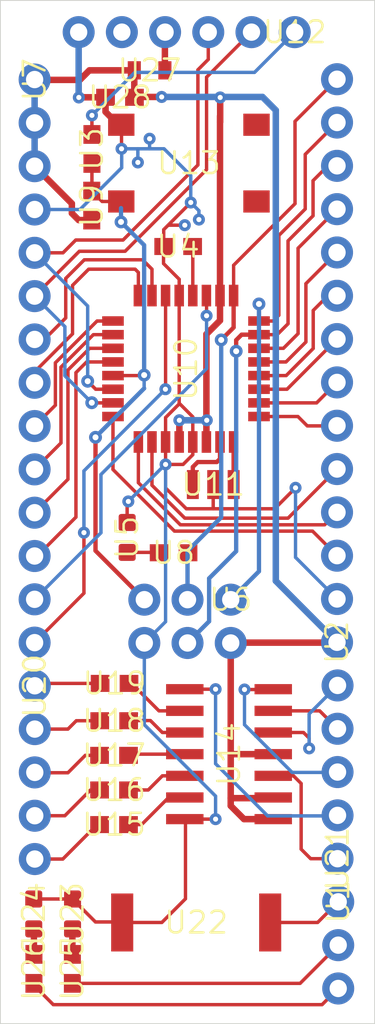
<source format=kicad_pcb>
(kicad_pcb (version 20171130) (host pcbnew "(5.1.4)-1")

  (general
    (thickness 1.6)
    (drawings 4)
    (tracks 376)
    (zones 0)
    (modules 28)
    (nets 53)
  )

  (page A4)
  (layers
    (0 Top signal)
    (31 Bottom signal)
    (32 B.Adhes user)
    (33 F.Adhes user)
    (34 B.Paste user)
    (35 F.Paste user)
    (36 B.SilkS user)
    (37 F.SilkS user)
    (38 B.Mask user)
    (39 F.Mask user)
    (40 Dwgs.User user)
    (41 Cmts.User user)
    (42 Eco1.User user)
    (43 Eco2.User user)
    (44 Edge.Cuts user)
    (45 Margin user)
    (46 B.CrtYd user)
    (47 F.CrtYd user)
    (48 B.Fab user)
    (49 F.Fab user)
  )

  (setup
    (last_trace_width 0.2)
    (trace_clearance 0.127)
    (zone_clearance 0.508)
    (zone_45_only no)
    (trace_min 0.2)
    (via_size 0.7064)
    (via_drill 0.3)
    (via_min_size 0.4)
    (via_min_drill 0.3)
    (uvia_size 0.3)
    (uvia_drill 0.1)
    (uvias_allowed no)
    (uvia_min_size 0.2)
    (uvia_min_drill 0.1)
    (edge_width 0.05)
    (segment_width 0.2)
    (pcb_text_width 0.3)
    (pcb_text_size 1.5 1.5)
    (mod_edge_width 0.12)
    (mod_text_size 1 1)
    (mod_text_width 0.15)
    (pad_size 1.524 1.524)
    (pad_drill 0.762)
    (pad_to_mask_clearance 0.051)
    (solder_mask_min_width 0.25)
    (aux_axis_origin 0 0)
    (visible_elements 7FFFFFFF)
    (pcbplotparams
      (layerselection 0x010fc_ffffffff)
      (usegerberextensions false)
      (usegerberattributes false)
      (usegerberadvancedattributes false)
      (creategerberjobfile false)
      (excludeedgelayer true)
      (linewidth 0.100000)
      (plotframeref false)
      (viasonmask false)
      (mode 1)
      (useauxorigin false)
      (hpglpennumber 1)
      (hpglpenspeed 20)
      (hpglpendiameter 15.000000)
      (psnegative false)
      (psa4output false)
      (plotreference true)
      (plotvalue true)
      (plotinvisibletext false)
      (padsonsilk false)
      (subtractmaskfromsilk false)
      (outputformat 1)
      (mirror false)
      (drillshape 1)
      (scaleselection 1)
      (outputdirectory ""))
  )

  (net 0 "")
  (net 1 GND)
  (net 2 VCC)
  (net 3 /D2)
  (net 4 /TXO)
  (net 5 /RXI)
  (net 6 /RST)
  (net 7 /A5)
  (net 8 /A4)
  (net 9 /A3)
  (net 10 /A2)
  (net 11 /A1)
  (net 12 /A0)
  (net 13 /A7)
  (net 14 "Net-(C6-Pad1)")
  (net 15 /A6)
  (net 16 /SCK)
  (net 17 /MISO)
  (net 18 /MOSI)
  (net 19 /D10)
  (net 20 /D9)
  (net 21 /D8)
  (net 22 /D7)
  (net 23 /D6)
  (net 24 /D5)
  (net 25 "Net-(U3-Pad8)")
  (net 26 "Net-(U3-Pad7)")
  (net 27 /D4)
  (net 28 /D3)
  (net 29 "Net-(D1-PadA)")
  (net 30 /DTR)
  (net 31 "Net-(J1-PadCTS)")
  (net 32 "Net-(F1-Pad1)")
  (net 33 /OUT1)
  (net 34 "Net-(IC1-Pad10)")
  (net 35 /OUT2)
  (net 36 /OUT4)
  (net 37 "Net-(IC1-Pad9)")
  (net 38 /OUT3)
  (net 39 "Net-(IC1-Pad11)")
  (net 40 "Net-(IC1-Pad12)")
  (net 41 /GO)
  (net 42 "Net-(IC1-Pad13)")
  (net 43 "Net-(J2-Pad5)")
  (net 44 "Net-(J2-Pad4)")
  (net 45 "Net-(J2-Pad3)")
  (net 46 "Net-(J2-Pad2)")
  (net 47 "Net-(J2-Pad1)")
  (net 48 "Net-(J4-Pad1)")
  (net 49 "Net-(J4-Pad3)")
  (net 50 "Net-(J4-Pad2)")
  (net 51 "Net-(D2-PadA)")
  (net 52 "Net-(D3-PadA)")

  (net_class Default "This is the default net class."
    (clearance 0.127)
    (trace_width 0.2)
    (via_dia 0.7064)
    (via_drill 0.3)
    (uvia_dia 0.3)
    (uvia_drill 0.1)
    (add_net /A0)
    (add_net /A1)
    (add_net /A2)
    (add_net /A3)
    (add_net /A4)
    (add_net /A5)
    (add_net /A6)
    (add_net /A7)
    (add_net /D10)
    (add_net /D2)
    (add_net /D3)
    (add_net /D4)
    (add_net /D5)
    (add_net /D6)
    (add_net /D7)
    (add_net /D8)
    (add_net /D9)
    (add_net /DTR)
    (add_net /GO)
    (add_net /MISO)
    (add_net /MOSI)
    (add_net /OUT1)
    (add_net /OUT2)
    (add_net /OUT3)
    (add_net /OUT4)
    (add_net /RST)
    (add_net /RXI)
    (add_net /SCK)
    (add_net /TXO)
    (add_net GND)
    (add_net "Net-(C6-Pad1)")
    (add_net "Net-(D1-PadA)")
    (add_net "Net-(D2-PadA)")
    (add_net "Net-(D3-PadA)")
    (add_net "Net-(IC1-Pad10)")
    (add_net "Net-(IC1-Pad11)")
    (add_net "Net-(IC1-Pad12)")
    (add_net "Net-(IC1-Pad13)")
    (add_net "Net-(IC1-Pad9)")
    (add_net "Net-(J1-PadCTS)")
    (add_net "Net-(J2-Pad1)")
    (add_net "Net-(J2-Pad2)")
    (add_net "Net-(J2-Pad3)")
    (add_net "Net-(J2-Pad4)")
    (add_net "Net-(J2-Pad5)")
    (add_net "Net-(J4-Pad1)")
    (add_net "Net-(J4-Pad2)")
    (add_net "Net-(J4-Pad3)")
    (add_net "Net-(U3-Pad7)")
    (add_net "Net-(U3-Pad8)")
  )

  (net_class Power ""
    (clearance 0.127)
    (trace_width 0.381)
    (via_dia 0.7064)
    (via_drill 0.3)
    (uvia_dia 0.3)
    (uvia_drill 0.1)
    (add_net "Net-(F1-Pad1)")
    (add_net VCC)
  )

  (module piezoMusic:1X03 locked (layer Top) (tedit 5DCE3241) (tstamp 5DC8D5C9)
    (at 157.3611 127.8636 270)
    (descr "<h3>Plated Through Hole - 3 Pin</h3>\n<p>Specifications:\n<ul><li>Pin count:3</li>\n<li>Pin pitch:0.1\"</li>\n</ul></p>\n<p>Example device(s):\n<ul><li>CONN_03</li>\n</ul></p>")
    (path /FA7CA15B)
    (fp_text reference "U1" (at 0 0 270) (layer F.SilkS)
      (effects (font (size 1.27 1.27) (thickness 0.15)))
    )
    (fp_text value "" (at 0 0 270) (layer F.SilkS)
      (effects (font (size 1.27 1.27) (thickness 0.15)))
    )
    (fp_poly (pts (xy -1.2 -1.5) (xy -1.2 1.5) (xy 6.2 1.5) (xy 6.2 -1.5)) (layer B.CrtYd) (width 0.1))
    (fp_poly (pts (xy -1.2 -1.5) (xy -1.2 1.5) (xy 6.2 1.5) (xy 6.2 -1.5)) (layer F.CrtYd) (width 0.1))
    (pad 3 thru_hole circle (at 5.08 0) (size 1.8796 1.8796) (drill 1.016) (layers *.Cu *.Mask)
      (net 49 "Net-(J4-Pad3)") (solder_mask_margin 0.1016))
    (pad 2 thru_hole circle (at 2.54 0) (size 1.8796 1.8796) (drill 1.016) (layers *.Cu *.Mask)
      (net 50 "Net-(J4-Pad2)") (solder_mask_margin 0.1016))
    (pad 1 thru_hole circle (at 0 0) (size 1.8796 1.8796) (drill 1.016) (layers *.Cu *.Mask)
      (net 48 "Net-(J4-Pad1)") (solder_mask_margin 0.1016))
  )

  (module piezoMusic:1X14 locked (layer Top) (tedit 5DCE31E3) (tstamp 5DC8D32C)
    (at 157.2911 112.6436 90)
    (path /0B60073D)
    (fp_text reference "U2" (at 0 0 90) (layer F.SilkS)
      (effects (font (size 1.27 1.27) (thickness 0.15)))
    )
    (fp_text value "" (at 0 0 90) (layer F.SilkS)
      (effects (font (size 1.27 1.27) (thickness 0.15)))
    )
    (fp_poly (pts (xy -1.1 -1.4) (xy 34.2 -1.4) (xy 34.2 1.4) (xy -1.1 1.4)) (layer F.CrtYd) (width 0.1))
    (fp_poly (pts (xy -1.1 -1.4) (xy 34.2 -1.4) (xy 34.2 1.4) (xy -1.1 1.4)) (layer B.CrtYd) (width 0.1))
    (pad 14 thru_hole circle (at 33.02 0 180) (size 1.8796 1.8796) (drill 1.016) (layers *.Cu *.Mask)
      (net 16 /SCK) (solder_mask_margin 0.1016))
    (pad 13 thru_hole circle (at 30.48 0 180) (size 1.8796 1.8796) (drill 1.016) (layers *.Cu *.Mask)
      (net 17 /MISO) (solder_mask_margin 0.1016))
    (pad 12 thru_hole circle (at 27.94 0 180) (size 1.8796 1.8796) (drill 1.016) (layers *.Cu *.Mask)
      (net 18 /MOSI) (solder_mask_margin 0.1016))
    (pad 11 thru_hole circle (at 25.4 0 180) (size 1.8796 1.8796) (drill 1.016) (layers *.Cu *.Mask)
      (net 19 /D10) (solder_mask_margin 0.1016))
    (pad 10 thru_hole circle (at 22.86 0 180) (size 1.8796 1.8796) (drill 1.016) (layers *.Cu *.Mask)
      (net 20 /D9) (solder_mask_margin 0.1016))
    (pad 9 thru_hole circle (at 20.32 0 180) (size 1.8796 1.8796) (drill 1.016) (layers *.Cu *.Mask)
      (net 21 /D8) (solder_mask_margin 0.1016))
    (pad 8 thru_hole circle (at 17.78 0 180) (size 1.8796 1.8796) (drill 1.016) (layers *.Cu *.Mask)
      (net 22 /D7) (solder_mask_margin 0.1016))
    (pad 7 thru_hole circle (at 15.24 0 180) (size 1.8796 1.8796) (drill 1.016) (layers *.Cu *.Mask)
      (net 23 /D6) (solder_mask_margin 0.1016))
    (pad 6 thru_hole circle (at 12.7 0 180) (size 1.8796 1.8796) (drill 1.016) (layers *.Cu *.Mask)
      (net 24 /D5) (solder_mask_margin 0.1016))
    (pad 5 thru_hole circle (at 10.16 0 180) (size 1.8796 1.8796) (drill 1.016) (layers *.Cu *.Mask)
      (net 27 /D4) (solder_mask_margin 0.1016))
    (pad 4 thru_hole circle (at 7.62 0 180) (size 1.8796 1.8796) (drill 1.016) (layers *.Cu *.Mask)
      (net 28 /D3) (solder_mask_margin 0.1016))
    (pad 3 thru_hole circle (at 5.08 0 180) (size 1.8796 1.8796) (drill 1.016) (layers *.Cu *.Mask)
      (net 3 /D2) (solder_mask_margin 0.1016))
    (pad 2 thru_hole circle (at 2.54 0 180) (size 1.8796 1.8796) (drill 1.016) (layers *.Cu *.Mask)
      (net 1 GND) (solder_mask_margin 0.1016))
    (pad 1 thru_hole circle (at 0 0 180) (size 1.8796 1.8796) (drill 1.016) (layers *.Cu *.Mask)
      (net 2 VCC) (solder_mask_margin 0.1016))
  )

  (module piezoMusic:0603 (layer Top) (tedit 5DCE2B5D) (tstamp 5DC8D306)
    (at 142.8811 83.7136 270)
    (descr "<p><b>Generic 1608 (0603) package</b></p>\n<p>0.2mm courtyard excess rounded to nearest 0.05mm.</p>")
    (path /88676885)
    (fp_text reference "U3" (at 0 0 270) (layer F.SilkS)
      (effects (font (size 1.27 1.27) (thickness 0.15)))
    )
    (fp_text value "" (at 0 0 270) (layer F.SilkS)
      (effects (font (size 1.27 1.27) (thickness 0.15)))
    )
    (fp_poly (pts (xy -1.6 -0.7) (xy 1.6 -0.7) (xy 1.6 0.7) (xy -1.6 0.7)) (layer F.CrtYd) (width 0.1))
    (pad 2 smd rect (at 0.85 0 270) (size 1.1 1) (layers Top F.Paste F.Mask)
      (net 6 /RST) (solder_mask_margin 0.1016))
    (pad 1 smd rect (at -0.85 0 270) (size 1.1 1) (layers Top F.Paste F.Mask)
      (net 30 /DTR) (solder_mask_margin 0.1016))
  )

  (module piezoMusic:0603 (layer Top) (tedit 5DCE2B5D) (tstamp 5DC8D314)
    (at 147.9511 89.4336 180)
    (descr "<p><b>Generic 1608 (0603) package</b></p>\n<p>0.2mm courtyard excess rounded to nearest 0.05mm.</p>")
    (path /8451312A)
    (fp_text reference "U4" (at 0 0 180) (layer F.SilkS)
      (effects (font (size 1.27 1.27) (thickness 0.15)))
    )
    (fp_text value "" (at 0 0 180) (layer F.SilkS)
      (effects (font (size 1.27 1.27) (thickness 0.15)))
    )
    (fp_poly (pts (xy -1.6 -0.7) (xy 1.6 -0.7) (xy 1.6 0.7) (xy -1.6 0.7)) (layer F.CrtYd) (width 0.1))
    (pad 2 smd rect (at 0.85 0 180) (size 1.1 1) (layers Top F.Paste F.Mask)
      (net 1 GND) (solder_mask_margin 0.1016))
    (pad 1 smd rect (at -0.85 0 180) (size 1.1 1) (layers Top F.Paste F.Mask)
      (net 14 "Net-(C6-Pad1)") (solder_mask_margin 0.1016))
  )

  (module piezoMusic:LED-0603 (layer Top) (tedit 5DCE2CA4) (tstamp 5DC8D322)
    (at 144.9511 106.4936 90)
    (descr "<B>LED 0603 SMT</B><p>\n0603, surface mount.\n<p>Specifications:\n<ul><li>Pin count: 2</li>\n<li>Pin pitch:0.075inch </li>\n<li>Area: 0.06\" x 0.03\"</li>\n</ul></p>\n<p>Example device(s):\n<ul><li>LED - BLUE</li>")
    (path /5C7F6C2D)
    (fp_text reference "U5" (at 0 0 90) (layer F.SilkS)
      (effects (font (size 1.27 1.27) (thickness 0.15)))
    )
    (fp_text value "" (at 0 0 90) (layer F.SilkS)
      (effects (font (size 1.27 1.27) (thickness 0.15)))
    )
    (fp_poly (pts (xy -1.5 -0.6) (xy 1.5 -0.6) (xy 1.5 0.6) (xy -1.5 0.6)) (layer F.CrtYd) (width 0.1))
    (pad A smd roundrect (at -0.877 0) (size 1 1) (layers Top F.Paste F.Mask) (roundrect_rratio 0.15)
      (net 29 "Net-(D1-PadA)") (solder_mask_margin 0.1016))
    (pad C smd roundrect (at 0.877 0) (size 1 1) (layers Top F.Paste F.Mask) (roundrect_rratio 0.15)
      (net 1 GND) (solder_mask_margin 0.1016))
  )

  (module piezoMusic:2X3 (layer Top) (tedit 5DCE29B8) (tstamp 5DC8D3A1)
    (at 151.0411 110.1436 180)
    (path /60994ACD)
    (fp_text reference "U6" (at 0 0 180) (layer F.SilkS)
      (effects (font (size 1.27 1.27) (thickness 0.15)))
    )
    (fp_text value "" (at 0 0 180) (layer F.SilkS)
      (effects (font (size 1.27 1.27) (thickness 0.15)))
    )
    (fp_poly (pts (xy -1.4 -4) (xy 6.6 -4) (xy 6.6 1.4) (xy -1.4 1.4)) (layer F.CrtYd) (width 0.1))
    (fp_poly (pts (xy -1.4 -4) (xy 6.6 -4) (xy 6.6 1.4) (xy -1.4 1.4)) (layer B.CrtYd) (width 0.1))
    (pad 6 thru_hole circle (at 5.08 -2.54 180) (size 1.8796 1.8796) (drill 1.016) (layers *.Cu *.Mask)
      (net 1 GND) (solder_mask_margin 0.1016))
    (pad 5 thru_hole circle (at 5.08 0 180) (size 1.8796 1.8796) (drill 1.016) (layers *.Cu *.Mask)
      (net 6 /RST) (solder_mask_margin 0.1016))
    (pad 4 thru_hole circle (at 2.54 -2.54 180) (size 1.8796 1.8796) (drill 1.016) (layers *.Cu *.Mask)
      (net 18 /MOSI) (solder_mask_margin 0.1016))
    (pad 3 thru_hole circle (at 2.54 0 180) (size 1.8796 1.8796) (drill 1.016) (layers *.Cu *.Mask)
      (net 16 /SCK) (solder_mask_margin 0.1016))
    (pad 2 thru_hole circle (at 0 -2.54 180) (size 1.8796 1.8796) (drill 1.016) (layers *.Cu *.Mask)
      (net 2 VCC) (solder_mask_margin 0.1016))
    (pad 1 thru_hole circle (at 0 0 180) (size 1.8796 1.8796) (drill 1.016) (layers *.Cu *.Mask)
      (net 17 /MISO) (solder_mask_margin 0.1016))
  )

  (module piezoMusic:1X14 locked (layer Top) (tedit 5DCE31E3) (tstamp 5DC8D3C7)
    (at 139.5111 79.6436 270)
    (path /056852D9)
    (fp_text reference "U7" (at 0 0 270) (layer F.SilkS)
      (effects (font (size 1.27 1.27) (thickness 0.15)))
    )
    (fp_text value "" (at 0 0 270) (layer F.SilkS)
      (effects (font (size 1.27 1.27) (thickness 0.15)))
    )
    (fp_poly (pts (xy -1.1 -1.4) (xy 34.2 -1.4) (xy 34.2 1.4) (xy -1.1 1.4)) (layer F.CrtYd) (width 0.1))
    (fp_poly (pts (xy -1.1 -1.4) (xy 34.2 -1.4) (xy 34.2 1.4) (xy -1.1 1.4)) (layer B.CrtYd) (width 0.1))
    (pad 14 thru_hole circle (at 33.02 0) (size 1.8796 1.8796) (drill 1.016) (layers *.Cu *.Mask)
      (net 13 /A7) (solder_mask_margin 0.1016))
    (pad 13 thru_hole circle (at 30.48 0) (size 1.8796 1.8796) (drill 1.016) (layers *.Cu *.Mask)
      (net 15 /A6) (solder_mask_margin 0.1016))
    (pad 12 thru_hole circle (at 27.94 0) (size 1.8796 1.8796) (drill 1.016) (layers *.Cu *.Mask)
      (net 7 /A5) (solder_mask_margin 0.1016))
    (pad 11 thru_hole circle (at 25.4 0) (size 1.8796 1.8796) (drill 1.016) (layers *.Cu *.Mask)
      (net 8 /A4) (solder_mask_margin 0.1016))
    (pad 10 thru_hole circle (at 22.86 0) (size 1.8796 1.8796) (drill 1.016) (layers *.Cu *.Mask)
      (net 9 /A3) (solder_mask_margin 0.1016))
    (pad 9 thru_hole circle (at 20.32 0) (size 1.8796 1.8796) (drill 1.016) (layers *.Cu *.Mask)
      (net 10 /A2) (solder_mask_margin 0.1016))
    (pad 8 thru_hole circle (at 17.78 0) (size 1.8796 1.8796) (drill 1.016) (layers *.Cu *.Mask)
      (net 11 /A1) (solder_mask_margin 0.1016))
    (pad 7 thru_hole circle (at 15.24 0) (size 1.8796 1.8796) (drill 1.016) (layers *.Cu *.Mask)
      (net 12 /A0) (solder_mask_margin 0.1016))
    (pad 6 thru_hole circle (at 12.7 0) (size 1.8796 1.8796) (drill 1.016) (layers *.Cu *.Mask)
      (net 4 /TXO) (solder_mask_margin 0.1016))
    (pad 5 thru_hole circle (at 10.16 0) (size 1.8796 1.8796) (drill 1.016) (layers *.Cu *.Mask)
      (net 5 /RXI) (solder_mask_margin 0.1016))
    (pad 4 thru_hole circle (at 7.62 0) (size 1.8796 1.8796) (drill 1.016) (layers *.Cu *.Mask)
      (net 1 GND) (solder_mask_margin 0.1016))
    (pad 3 thru_hole circle (at 5.08 0) (size 1.8796 1.8796) (drill 1.016) (layers *.Cu *.Mask)
      (net 2 VCC) (solder_mask_margin 0.1016))
    (pad 2 thru_hole circle (at 2.54 0) (size 1.8796 1.8796) (drill 1.016) (layers *.Cu *.Mask)
      (net 2 VCC) (solder_mask_margin 0.1016))
    (pad 1 thru_hole circle (at 0 0) (size 1.8796 1.8796) (drill 1.016) (layers *.Cu *.Mask)
      (net 2 VCC) (solder_mask_margin 0.1016))
  )

  (module piezoMusic:0603 (layer Top) (tedit 5DCE2B5D) (tstamp 5DC8D43C)
    (at 147.6811 107.3936 180)
    (descr "<p><b>Generic 1608 (0603) package</b></p>\n<p>0.2mm courtyard excess rounded to nearest 0.05mm.</p>")
    (path /DDF01354)
    (fp_text reference "U8" (at 0 0 180) (layer F.SilkS)
      (effects (font (size 1.27 1.27) (thickness 0.15)))
    )
    (fp_text value "" (at 0 0 180) (layer F.SilkS)
      (effects (font (size 1.27 1.27) (thickness 0.15)))
    )
    (fp_poly (pts (xy -1.6 -0.7) (xy 1.6 -0.7) (xy 1.6 0.7) (xy -1.6 0.7)) (layer F.CrtYd) (width 0.1))
    (pad 2 smd rect (at 0.85 0 180) (size 1.1 1) (layers Top F.Paste F.Mask)
      (net 29 "Net-(D1-PadA)") (solder_mask_margin 0.1016))
    (pad 1 smd rect (at -0.85 0 180) (size 1.1 1) (layers Top F.Paste F.Mask)
      (net 16 /SCK) (solder_mask_margin 0.1016))
  )

  (module piezoMusic:0603 (layer Top) (tedit 5DCE2B5D) (tstamp 5DC8D44A)
    (at 142.8711 87.0336 270)
    (descr "<p><b>Generic 1608 (0603) package</b></p>\n<p>0.2mm courtyard excess rounded to nearest 0.05mm.</p>")
    (path /B13F4994)
    (fp_text reference "U9" (at 0 0 270) (layer F.SilkS)
      (effects (font (size 1.27 1.27) (thickness 0.15)))
    )
    (fp_text value "" (at 0 0 270) (layer F.SilkS)
      (effects (font (size 1.27 1.27) (thickness 0.15)))
    )
    (fp_poly (pts (xy -1.6 -0.7) (xy 1.6 -0.7) (xy 1.6 0.7) (xy -1.6 0.7)) (layer F.CrtYd) (width 0.1))
    (pad 2 smd rect (at 0.85 0 270) (size 1.1 1) (layers Top F.Paste F.Mask)
      (net 2 VCC) (solder_mask_margin 0.1016))
    (pad 1 smd rect (at -0.85 0 270) (size 1.1 1) (layers Top F.Paste F.Mask)
      (net 6 /RST) (solder_mask_margin 0.1016))
  )

  (module piezoMusic:TQFP32-08 (layer Top) (tedit 5DCE2E26) (tstamp 5DC8D458)
    (at 148.4111 96.6036 90)
    (descr "<B>Thin Plasic Quad Flat Package</B> Grid 0.8 mm")
    (path /629E9DB0)
    (fp_text reference "U10" (at 0 0 90) (layer F.SilkS)
      (effects (font (size 1.27 1.27) (thickness 0.15)))
    )
    (fp_text value "" (at 0 0 90) (layer F.SilkS)
      (effects (font (size 1.27 1.27) (thickness 0.15)))
    )
    (fp_poly (pts (xy -5 -5) (xy 5 -5) (xy 5 5) (xy -5 5)) (layer F.CrtYd) (width 0.1))
    (pad 32 smd rect (at -2.8 -4.2926 90) (size 0.5588 1.27) (layers Top F.Paste F.Mask)
      (net 3 /D2) (solder_mask_margin 0.1016))
    (pad 31 smd rect (at -2 -4.2926 90) (size 0.5588 1.27) (layers Top F.Paste F.Mask)
      (net 4 /TXO) (solder_mask_margin 0.1016))
    (pad 30 smd rect (at -1.2 -4.2926 90) (size 0.5588 1.27) (layers Top F.Paste F.Mask)
      (net 5 /RXI) (solder_mask_margin 0.1016))
    (pad 29 smd rect (at -0.4 -4.2926 90) (size 0.5588 1.27) (layers Top F.Paste F.Mask)
      (net 6 /RST) (solder_mask_margin 0.1016))
    (pad 28 smd rect (at 0.4 -4.2926 90) (size 0.5588 1.27) (layers Top F.Paste F.Mask)
      (net 7 /A5) (solder_mask_margin 0.1016))
    (pad 27 smd rect (at 1.2 -4.2926 90) (size 0.5588 1.27) (layers Top F.Paste F.Mask)
      (net 8 /A4) (solder_mask_margin 0.1016))
    (pad 26 smd rect (at 2 -4.2926 90) (size 0.5588 1.27) (layers Top F.Paste F.Mask)
      (net 9 /A3) (solder_mask_margin 0.1016))
    (pad 25 smd rect (at 2.8 -4.2926 90) (size 0.5588 1.27) (layers Top F.Paste F.Mask)
      (net 10 /A2) (solder_mask_margin 0.1016))
    (pad 24 smd rect (at 4.2926 -2.8 90) (size 1.27 0.5588) (layers Top F.Paste F.Mask)
      (net 11 /A1) (solder_mask_margin 0.1016))
    (pad 23 smd rect (at 4.2926 -2 90) (size 1.27 0.5588) (layers Top F.Paste F.Mask)
      (net 12 /A0) (solder_mask_margin 0.1016))
    (pad 22 smd rect (at 4.2926 -1.2 90) (size 1.27 0.5588) (layers Top F.Paste F.Mask)
      (net 13 /A7) (solder_mask_margin 0.1016))
    (pad 21 smd rect (at 4.2926 -0.4 90) (size 1.27 0.5588) (layers Top F.Paste F.Mask)
      (net 1 GND) (solder_mask_margin 0.1016))
    (pad 20 smd rect (at 4.2926 0.4 90) (size 1.27 0.5588) (layers Top F.Paste F.Mask)
      (net 14 "Net-(C6-Pad1)") (solder_mask_margin 0.1016))
    (pad 19 smd rect (at 4.2926 1.2 90) (size 1.27 0.5588) (layers Top F.Paste F.Mask)
      (net 15 /A6) (solder_mask_margin 0.1016))
    (pad 18 smd rect (at 4.2926 2 90) (size 1.27 0.5588) (layers Top F.Paste F.Mask)
      (net 2 VCC) (solder_mask_margin 0.1016))
    (pad 17 smd rect (at 4.2926 2.8 90) (size 1.27 0.5588) (layers Top F.Paste F.Mask)
      (net 16 /SCK) (solder_mask_margin 0.1016))
    (pad 16 smd rect (at 2.8 4.2926 90) (size 0.5588 1.27) (layers Top F.Paste F.Mask)
      (net 17 /MISO) (solder_mask_margin 0.1016))
    (pad 15 smd rect (at 2 4.2926 90) (size 0.5588 1.27) (layers Top F.Paste F.Mask)
      (net 18 /MOSI) (solder_mask_margin 0.1016))
    (pad 14 smd rect (at 1.2 4.2926 90) (size 0.5588 1.27) (layers Top F.Paste F.Mask)
      (net 19 /D10) (solder_mask_margin 0.1016))
    (pad 13 smd rect (at 0.4 4.2926 90) (size 0.5588 1.27) (layers Top F.Paste F.Mask)
      (net 20 /D9) (solder_mask_margin 0.1016))
    (pad 12 smd rect (at -0.4 4.2926 90) (size 0.5588 1.27) (layers Top F.Paste F.Mask)
      (net 21 /D8) (solder_mask_margin 0.1016))
    (pad 11 smd rect (at -1.2 4.2926 90) (size 0.5588 1.27) (layers Top F.Paste F.Mask)
      (net 22 /D7) (solder_mask_margin 0.1016))
    (pad 10 smd rect (at -2 4.2926 90) (size 0.5588 1.27) (layers Top F.Paste F.Mask)
      (net 23 /D6) (solder_mask_margin 0.1016))
    (pad 9 smd rect (at -2.8 4.2926 90) (size 0.5588 1.27) (layers Top F.Paste F.Mask)
      (net 24 /D5) (solder_mask_margin 0.1016))
    (pad 8 smd rect (at -4.2926 2.8 90) (size 1.27 0.5588) (layers Top F.Paste F.Mask)
      (net 25 "Net-(U3-Pad8)") (solder_mask_margin 0.1016))
    (pad 7 smd rect (at -4.2926 2 90) (size 1.27 0.5588) (layers Top F.Paste F.Mask)
      (net 26 "Net-(U3-Pad7)") (solder_mask_margin 0.1016))
    (pad 6 smd rect (at -4.2926 1.2 90) (size 1.27 0.5588) (layers Top F.Paste F.Mask)
      (net 2 VCC) (solder_mask_margin 0.1016))
    (pad 5 smd rect (at -4.2926 0.4 90) (size 1.27 0.5588) (layers Top F.Paste F.Mask)
      (net 1 GND) (solder_mask_margin 0.1016))
    (pad 4 smd rect (at -4.2926 -0.4 90) (size 1.27 0.5588) (layers Top F.Paste F.Mask)
      (net 2 VCC) (solder_mask_margin 0.1016))
    (pad 3 smd rect (at -4.2926 -1.2 90) (size 1.27 0.5588) (layers Top F.Paste F.Mask)
      (net 1 GND) (solder_mask_margin 0.1016))
    (pad 2 smd rect (at -4.2926 -2 90) (size 1.27 0.5588) (layers Top F.Paste F.Mask)
      (net 27 /D4) (solder_mask_margin 0.1016))
    (pad 1 smd rect (at -4.2926 -2.8 90) (size 1.27 0.5588) (layers Top F.Paste F.Mask)
      (net 28 /D3) (solder_mask_margin 0.1016))
  )

  (module piezoMusic:RESONATOR-SMD (layer Top) (tedit 5DCE2D62) (tstamp 5DC8D4A1)
    (at 150.0111 103.3936 180)
    (path /B4F86E18)
    (fp_text reference "U11" (at 0 0 180) (layer F.SilkS)
      (effects (font (size 1.27 1.27) (thickness 0.15)))
    )
    (fp_text value "" (at 0 0 180) (layer F.SilkS)
      (effects (font (size 1.27 1.27) (thickness 0.15)))
    )
    (fp_poly (pts (xy -2 -1) (xy 2 -1) (xy 2 1) (xy -2 1)) (layer F.CrtYd) (width 0.1))
    (pad 3 smd rect (at 1.2 0 180) (size 0.7 1.7) (layers Top F.Paste F.Mask)
      (net 26 "Net-(U3-Pad7)") (solder_mask_margin 0.1016))
    (pad 2 smd rect (at 0 0 180) (size 0.7 1.7) (layers Top F.Paste F.Mask)
      (net 1 GND) (solder_mask_margin 0.1016))
    (pad 1 smd rect (at -1.2 0 180) (size 0.7 1.7) (layers Top F.Paste F.Mask)
      (net 25 "Net-(U3-Pad8)") (solder_mask_margin 0.1016))
  )

  (module piezoMusic:FTDI_BASIC locked (layer Top) (tedit 5DCE2BD1) (tstamp 5DC8D4AF)
    (at 154.8011 76.8636 180)
    (descr "<h3>FTDI Basic </h3>\nIncludes tDocu labels for end pins that match the FTDI Basic connection.\n<p>Specifications:\n<ul><li>Pin count: 6</li>\n<li>Pin pitch: 0.1\"</li>\n</ul></p>\n<p>Example device(s):\n<ul><li>6_Pin_Serial_Cable</li>\n</ul></p>")
    (path /449C7C68)
    (fp_text reference "U12" (at 0 0 180) (layer F.SilkS)
      (effects (font (size 1.27 1.27) (thickness 0.15)))
    )
    (fp_text value "" (at 0 0 180) (layer F.SilkS)
      (effects (font (size 1.27 1.27) (thickness 0.15)))
    )
    (fp_poly (pts (xy -1.4 -1.4) (xy 14.1 -1.4) (xy 14.1 1.4) (xy -1.4 1.4)) (layer F.CrtYd) (width 0.1))
    (fp_poly (pts (xy -1.4 -1.4) (xy 14.1 -1.4) (xy 14.1 1.4) (xy -1.4 1.4)) (layer B.CrtYd) (width 0.1))
    (pad GND thru_hole circle (at 12.7 0 270) (size 1.8796 1.8796) (drill 1.016) (layers *.Cu *.Mask)
      (net 1 GND) (solder_mask_margin 0.1016))
    (pad CTS thru_hole circle (at 10.16 0 270) (size 1.8796 1.8796) (drill 1.016) (layers *.Cu *.Mask)
      (net 31 "Net-(J1-PadCTS)") (solder_mask_margin 0.1016))
    (pad VCC thru_hole circle (at 7.62 0 270) (size 1.8796 1.8796) (drill 1.016) (layers *.Cu *.Mask)
      (net 32 "Net-(F1-Pad1)") (solder_mask_margin 0.1016))
    (pad TXO thru_hole circle (at 5.08 0 270) (size 1.8796 1.8796) (drill 1.016) (layers *.Cu *.Mask)
      (net 5 /RXI) (solder_mask_margin 0.1016))
    (pad RXI thru_hole circle (at 2.54 0 270) (size 1.8796 1.8796) (drill 1.016) (layers *.Cu *.Mask)
      (net 4 /TXO) (solder_mask_margin 0.1016))
    (pad DTR thru_hole circle (at 0 0 270) (size 1.8796 1.8796) (drill 1.016) (layers *.Cu *.Mask)
      (net 30 /DTR) (solder_mask_margin 0.1016))
  )

  (module piezoMusic:TACTILE_SWITCH_SMD_6.2MM_TALL (layer Top) (tedit 5DCE32F0) (tstamp 5DC8D4E6)
    (at 148.5811 84.5436 180)
    (descr "<h3>Momentary Switch (Pushbutton) - SPST - SMD, 6.2mm Square</h3>\n<p>Normally-open (NO) SPST momentary switches (buttons, pushbuttons).</p>\n<p><a href=\"http://www.apem.com/files/apem/brochures/ADTS6-ADTSM-KTSC6.pdf\">Datasheet</a> (ADTSM63NVTR)</p>")
    (path /F9B5905E)
    (fp_text reference "U13" (at 0 0 180) (layer F.SilkS)
      (effects (font (size 1.27 1.27) (thickness 0.15)))
    )
    (fp_text value "" (at 0 0 180) (layer F.SilkS)
      (effects (font (size 1.27 1.27) (thickness 0.15)))
    )
    (fp_poly (pts (xy -4.9 -3) (xy 4.9 -3) (xy 4.9 3) (xy -4.9 3)) (layer F.CrtYd) (width 0.1))
    (pad B2 smd rect (at 3.975 -2.25 270) (size 1.3 1.55) (layers Top F.Paste F.Mask)
      (net 6 /RST) (solder_mask_margin 0.1016))
    (pad B1 smd rect (at -3.975 -2.25 270) (size 1.3 1.55) (layers Top F.Paste F.Mask)
      (solder_mask_margin 0.1016))
    (pad A2 smd rect (at 3.975 2.25 270) (size 1.3 1.55) (layers Top F.Paste F.Mask)
      (net 1 GND) (solder_mask_margin 0.1016))
    (pad A1 smd rect (at -3.975 2.25 270) (size 1.3 1.55) (layers Top F.Paste F.Mask)
      (solder_mask_margin 0.1016))
  )

  (module piezoMusic:SO14 (layer Top) (tedit 5DCE2DA0) (tstamp 5DC8D4F4)
    (at 150.9411 119.2036 90)
    (descr "<b>Small Outline Package 14</b>")
    (path /22F7723E)
    (fp_text reference "U14" (at 0 0 90) (layer F.SilkS)
      (effects (font (size 1.27 1.27) (thickness 0.15)))
    )
    (fp_text value "" (at 0 0 90) (layer F.SilkS)
      (effects (font (size 1.27 1.27) (thickness 0.15)))
    )
    (fp_poly (pts (xy -4.4 -3.8) (xy 4.4 -3.8) (xy 4.4 3.8) (xy -4.4 3.8)) (layer F.CrtYd) (width 0.1))
    (pad 8 smd rect (at 3.81 -2.6 90) (size 0.6 2.2) (layers Top F.Paste F.Mask)
      (net 33 /OUT1) (solder_mask_margin 0.1016))
    (pad 10 smd rect (at 1.27 -2.6 90) (size 0.6 2.2) (layers Top F.Paste F.Mask)
      (net 34 "Net-(IC1-Pad10)") (solder_mask_margin 0.1016))
    (pad 7 smd rect (at 3.81 2.6 90) (size 0.6 2.2) (layers Top F.Paste F.Mask)
      (net 35 /OUT2) (solder_mask_margin 0.1016))
    (pad 5 smd rect (at 1.27 2.6 90) (size 0.6 2.2) (layers Top F.Paste F.Mask)
      (net 36 /OUT4) (solder_mask_margin 0.1016))
    (pad 9 smd rect (at 2.54 -2.6 90) (size 0.6 2.2) (layers Top F.Paste F.Mask)
      (net 37 "Net-(IC1-Pad9)") (solder_mask_margin 0.1016))
    (pad 6 smd rect (at 2.54 2.6 90) (size 0.6 2.2) (layers Top F.Paste F.Mask)
      (net 38 /OUT3) (solder_mask_margin 0.1016))
    (pad 11 smd rect (at 0 -2.6 90) (size 0.6 2.2) (layers Top F.Paste F.Mask)
      (net 39 "Net-(IC1-Pad11)") (solder_mask_margin 0.1016))
    (pad 12 smd rect (at -1.27 -2.6 90) (size 0.6 2.2) (layers Top F.Paste F.Mask)
      (net 40 "Net-(IC1-Pad12)") (solder_mask_margin 0.1016))
    (pad 14 smd rect (at -3.81 -2.6 90) (size 0.6 2.2) (layers Top F.Paste F.Mask)
      (net 1 GND) (solder_mask_margin 0.1016))
    (pad 4 smd rect (at 0 2.6 90) (size 0.6 2.2) (layers Top F.Paste F.Mask)
      (net 2 VCC) (solder_mask_margin 0.1016))
    (pad 3 smd rect (at -1.27 2.6 90) (size 0.6 2.2) (layers Top F.Paste F.Mask)
      (net 41 /GO) (solder_mask_margin 0.1016))
    (pad 1 smd rect (at -3.81 2.6 90) (size 0.6 2.2) (layers Top F.Paste F.Mask)
      (net 2 VCC) (solder_mask_margin 0.1016))
    (pad 13 smd rect (at -2.54 -2.6 90) (size 0.6 2.2) (layers Top F.Paste F.Mask)
      (net 42 "Net-(IC1-Pad13)") (solder_mask_margin 0.1016))
    (pad 2 smd rect (at -2.54 2.6 90) (size 0.6 2.2) (layers Top F.Paste F.Mask)
      (net 2 VCC) (solder_mask_margin 0.1016))
  )

  (module piezoMusic:0603 (layer Top) (tedit 5DCE2B5D) (tstamp 5DC8D51A)
    (at 144.1811 123.3336)
    (descr "<p><b>Generic 1608 (0603) package</b></p>\n<p>0.2mm courtyard excess rounded to nearest 0.05mm.</p>")
    (path /8EFFCFBB)
    (fp_text reference "U15" (at 0 0) (layer F.SilkS)
      (effects (font (size 1.27 1.27) (thickness 0.15)))
    )
    (fp_text value "" (at 0 0) (layer F.SilkS)
      (effects (font (size 1.27 1.27) (thickness 0.15)))
    )
    (fp_poly (pts (xy -1.6 -0.7) (xy 1.6 -0.7) (xy 1.6 0.7) (xy -1.6 0.7)) (layer F.CrtYd) (width 0.1))
    (pad 2 smd rect (at 0.85 0) (size 1.1 1) (layers Top F.Paste F.Mask)
      (net 42 "Net-(IC1-Pad13)") (solder_mask_margin 0.1016))
    (pad 1 smd rect (at -0.85 0) (size 1.1 1) (layers Top F.Paste F.Mask)
      (net 43 "Net-(J2-Pad5)") (solder_mask_margin 0.1016))
  )

  (module piezoMusic:0603 (layer Top) (tedit 5DCE2B5D) (tstamp 5DC8D528)
    (at 144.1811 121.3036)
    (descr "<p><b>Generic 1608 (0603) package</b></p>\n<p>0.2mm courtyard excess rounded to nearest 0.05mm.</p>")
    (path /ABABC248)
    (fp_text reference "U16" (at 0 0) (layer F.SilkS)
      (effects (font (size 1.27 1.27) (thickness 0.15)))
    )
    (fp_text value "" (at 0 0) (layer F.SilkS)
      (effects (font (size 1.27 1.27) (thickness 0.15)))
    )
    (fp_poly (pts (xy -1.6 -0.7) (xy 1.6 -0.7) (xy 1.6 0.7) (xy -1.6 0.7)) (layer F.CrtYd) (width 0.1))
    (pad 2 smd rect (at 0.85 0) (size 1.1 1) (layers Top F.Paste F.Mask)
      (net 40 "Net-(IC1-Pad12)") (solder_mask_margin 0.1016))
    (pad 1 smd rect (at -0.85 0) (size 1.1 1) (layers Top F.Paste F.Mask)
      (net 44 "Net-(J2-Pad4)") (solder_mask_margin 0.1016))
  )

  (module piezoMusic:0603 (layer Top) (tedit 5DCE2B5D) (tstamp 5DC8D536)
    (at 144.1811 119.2736)
    (descr "<p><b>Generic 1608 (0603) package</b></p>\n<p>0.2mm courtyard excess rounded to nearest 0.05mm.</p>")
    (path /C1449B59)
    (fp_text reference "U17" (at 0 0) (layer F.SilkS)
      (effects (font (size 1.27 1.27) (thickness 0.15)))
    )
    (fp_text value "" (at 0 0) (layer F.SilkS)
      (effects (font (size 1.27 1.27) (thickness 0.15)))
    )
    (fp_poly (pts (xy -1.6 -0.7) (xy 1.6 -0.7) (xy 1.6 0.7) (xy -1.6 0.7)) (layer F.CrtYd) (width 0.1))
    (pad 2 smd rect (at 0.85 0) (size 1.1 1) (layers Top F.Paste F.Mask)
      (net 39 "Net-(IC1-Pad11)") (solder_mask_margin 0.1016))
    (pad 1 smd rect (at -0.85 0) (size 1.1 1) (layers Top F.Paste F.Mask)
      (net 45 "Net-(J2-Pad3)") (solder_mask_margin 0.1016))
  )

  (module piezoMusic:0603 (layer Top) (tedit 5DCE2B5D) (tstamp 5DC8D544)
    (at 144.1911 117.2436)
    (descr "<p><b>Generic 1608 (0603) package</b></p>\n<p>0.2mm courtyard excess rounded to nearest 0.05mm.</p>")
    (path /1047F363)
    (fp_text reference "U18" (at 0 0) (layer F.SilkS)
      (effects (font (size 1.27 1.27) (thickness 0.15)))
    )
    (fp_text value "" (at 0 0) (layer F.SilkS)
      (effects (font (size 1.27 1.27) (thickness 0.15)))
    )
    (fp_poly (pts (xy -1.6 -0.7) (xy 1.6 -0.7) (xy 1.6 0.7) (xy -1.6 0.7)) (layer F.CrtYd) (width 0.1))
    (pad 2 smd rect (at 0.85 0) (size 1.1 1) (layers Top F.Paste F.Mask)
      (net 34 "Net-(IC1-Pad10)") (solder_mask_margin 0.1016))
    (pad 1 smd rect (at -0.85 0) (size 1.1 1) (layers Top F.Paste F.Mask)
      (net 46 "Net-(J2-Pad2)") (solder_mask_margin 0.1016))
  )

  (module piezoMusic:0603 (layer Top) (tedit 5DCE2B5D) (tstamp 5DC8D552)
    (at 144.2111 115.0536)
    (descr "<p><b>Generic 1608 (0603) package</b></p>\n<p>0.2mm courtyard excess rounded to nearest 0.05mm.</p>")
    (path /EDDA057D)
    (fp_text reference "U19" (at 0 0) (layer F.SilkS)
      (effects (font (size 1.27 1.27) (thickness 0.15)))
    )
    (fp_text value "" (at 0 0) (layer F.SilkS)
      (effects (font (size 1.27 1.27) (thickness 0.15)))
    )
    (fp_poly (pts (xy -1.6 -0.7) (xy 1.6 -0.7) (xy 1.6 0.7) (xy -1.6 0.7)) (layer F.CrtYd) (width 0.1))
    (pad 2 smd rect (at 0.85 0) (size 1.1 1) (layers Top F.Paste F.Mask)
      (net 37 "Net-(IC1-Pad9)") (solder_mask_margin 0.1016))
    (pad 1 smd rect (at -0.85 0) (size 1.1 1) (layers Top F.Paste F.Mask)
      (net 47 "Net-(J2-Pad1)") (solder_mask_margin 0.1016))
  )

  (module piezoMusic:1X05 locked (layer Top) (tedit 5DCE3193) (tstamp 5DC8D560)
    (at 139.5211 115.1936 270)
    (descr "<h3>Plated Through Hole - 5 Pin</h3>\n<p>Specifications:\n<ul><li>Pin count:5</li>\n<li>Pin pitch:0.1\"</li>\n</ul></p>\n<p>Example device(s):\n<ul><li>CONN_05</li>\n</ul></p>")
    (path /C3E76336)
    (fp_text reference "U20" (at 0 0 270) (layer F.SilkS)
      (effects (font (size 1.27 1.27) (thickness 0.15)))
    )
    (fp_text value "" (at 0 0 270) (layer F.SilkS)
      (effects (font (size 1.27 1.27) (thickness 0.15)))
    )
    (fp_poly (pts (xy -1.1 -1.4) (xy 11.3 -1.4) (xy 11.3 1.4) (xy -1.1 1.4)) (layer F.CrtYd) (width 0.1))
    (fp_poly (pts (xy -1.1 -1.4) (xy 11.3 -1.4) (xy 11.3 1.4) (xy -1.1 1.4)) (layer B.CrtYd) (width 0.1))
    (pad 5 thru_hole circle (at 10.16 0) (size 1.8796 1.8796) (drill 1.016) (layers *.Cu *.Mask)
      (net 43 "Net-(J2-Pad5)") (solder_mask_margin 0.1016))
    (pad 4 thru_hole circle (at 7.62 0) (size 1.8796 1.8796) (drill 1.016) (layers *.Cu *.Mask)
      (net 44 "Net-(J2-Pad4)") (solder_mask_margin 0.1016))
    (pad 3 thru_hole circle (at 5.08 0) (size 1.8796 1.8796) (drill 1.016) (layers *.Cu *.Mask)
      (net 45 "Net-(J2-Pad3)") (solder_mask_margin 0.1016))
    (pad 2 thru_hole circle (at 2.54 0) (size 1.8796 1.8796) (drill 1.016) (layers *.Cu *.Mask)
      (net 46 "Net-(J2-Pad2)") (solder_mask_margin 0.1016))
    (pad 1 thru_hole circle (at 0 0) (size 1.8796 1.8796) (drill 1.016) (layers *.Cu *.Mask)
      (net 47 "Net-(J2-Pad1)") (solder_mask_margin 0.1016))
  )

  (module piezoMusic:1X05 locked (layer Top) (tedit 5DCE3193) (tstamp 5DC8D58D)
    (at 157.3211 125.3336 90)
    (descr "<h3>Plated Through Hole - 5 Pin</h3>\n<p>Specifications:\n<ul><li>Pin count:5</li>\n<li>Pin pitch:0.1\"</li>\n</ul></p>\n<p>Example device(s):\n<ul><li>CONN_05</li>\n</ul></p>")
    (path /B665FDA9)
    (fp_text reference "U21" (at 0 0 90) (layer F.SilkS)
      (effects (font (size 1.27 1.27) (thickness 0.15)))
    )
    (fp_text value "" (at 0 0 90) (layer F.SilkS)
      (effects (font (size 1.27 1.27) (thickness 0.15)))
    )
    (fp_poly (pts (xy -1.1 -1.4) (xy 11.3 -1.4) (xy 11.3 1.4) (xy -1.1 1.4)) (layer F.CrtYd) (width 0.1))
    (fp_poly (pts (xy -1.1 -1.4) (xy 11.3 -1.4) (xy 11.3 1.4) (xy -1.1 1.4)) (layer B.CrtYd) (width 0.1))
    (pad 5 thru_hole circle (at 10.16 0 180) (size 1.8796 1.8796) (drill 1.016) (layers *.Cu *.Mask)
      (net 36 /OUT4) (solder_mask_margin 0.1016))
    (pad 4 thru_hole circle (at 7.62 0 180) (size 1.8796 1.8796) (drill 1.016) (layers *.Cu *.Mask)
      (net 38 /OUT3) (solder_mask_margin 0.1016))
    (pad 3 thru_hole circle (at 5.08 0 180) (size 1.8796 1.8796) (drill 1.016) (layers *.Cu *.Mask)
      (net 35 /OUT2) (solder_mask_margin 0.1016))
    (pad 2 thru_hole circle (at 2.54 0 180) (size 1.8796 1.8796) (drill 1.016) (layers *.Cu *.Mask)
      (net 33 /OUT1) (solder_mask_margin 0.1016))
    (pad 1 thru_hole circle (at 0 0 180) (size 1.8796 1.8796) (drill 1.016) (layers *.Cu *.Mask)
      (net 41 /GO) (solder_mask_margin 0.1016))
  )

  (module piezoMusic:PKMCS (layer Top) (tedit 5DCE2D04) (tstamp 5DC8D5BA)
    (at 149.0111 129.0736)
    (descr "<b>PKMCS</b><br>\n")
    (path /60A35784)
    (fp_text reference "U22" (at 0 0) (layer F.SilkS)
      (effects (font (size 1.27 1.27) (thickness 0.15)))
    )
    (fp_text value "" (at 0 0) (layer F.SilkS)
      (effects (font (size 1.27 1.27) (thickness 0.15)))
    )
    (fp_poly (pts (xy -5 -4.75) (xy 5 -4.75) (xy 5 4.75) (xy -5 4.75)) (layer F.CrtYd) (width 0.1))
    (pad 2 smd rect (at 4.35 0 90) (size 3.4 1.3) (layers Top F.Paste F.Mask)
      (net 48 "Net-(J4-Pad1)") (solder_mask_margin 0.1016))
    (pad 1 smd rect (at -4.35 0 90) (size 3.4 1.3) (layers Top F.Paste F.Mask)
      (net 1 GND) (solder_mask_margin 0.1016))
  )

  (module piezoMusic:LED-0603 (layer Top) (tedit 5DCE2CA4) (tstamp 5DC8D5E6)
    (at 141.7411 128.5736 90)
    (descr "<B>LED 0603 SMT</B><p>\n0603, surface mount.\n<p>Specifications:\n<ul><li>Pin count: 2</li>\n<li>Pin pitch:0.075inch </li>\n<li>Area: 0.06\" x 0.03\"</li>\n</ul></p>\n<p>Example device(s):\n<ul><li>LED - BLUE</li>")
    (path /975EB5E2)
    (fp_text reference "U23" (at 0 0 90) (layer F.SilkS)
      (effects (font (size 1.27 1.27) (thickness 0.15)))
    )
    (fp_text value "" (at 0 0 90) (layer F.SilkS)
      (effects (font (size 1.27 1.27) (thickness 0.15)))
    )
    (fp_poly (pts (xy -1.5 -0.6) (xy 1.5 -0.6) (xy 1.5 0.6) (xy -1.5 0.6)) (layer F.CrtYd) (width 0.1))
    (pad A smd roundrect (at -0.877 0) (size 1 1) (layers Top F.Paste F.Mask) (roundrect_rratio 0.15)
      (net 51 "Net-(D2-PadA)") (solder_mask_margin 0.1016))
    (pad C smd roundrect (at 0.877 0) (size 1 1) (layers Top F.Paste F.Mask) (roundrect_rratio 0.15)
      (net 1 GND) (solder_mask_margin 0.1016))
  )

  (module piezoMusic:LED-0603 (layer Top) (tedit 5DCE2CA4) (tstamp 5DC8D5F0)
    (at 139.4611 128.5736 90)
    (descr "<B>LED 0603 SMT</B><p>\n0603, surface mount.\n<p>Specifications:\n<ul><li>Pin count: 2</li>\n<li>Pin pitch:0.075inch </li>\n<li>Area: 0.06\" x 0.03\"</li>\n</ul></p>\n<p>Example device(s):\n<ul><li>LED - BLUE</li>")
    (path /087B3FA1)
    (fp_text reference "U24" (at 0 0 90) (layer F.SilkS)
      (effects (font (size 1.27 1.27) (thickness 0.15)))
    )
    (fp_text value "" (at 0 0 90) (layer F.SilkS)
      (effects (font (size 1.27 1.27) (thickness 0.15)))
    )
    (fp_poly (pts (xy -1.5 -0.6) (xy 1.5 -0.6) (xy 1.5 0.6) (xy -1.5 0.6)) (layer F.CrtYd) (width 0.1))
    (pad A smd roundrect (at -0.877 0) (size 1 1) (layers Top F.Paste F.Mask) (roundrect_rratio 0.15)
      (net 52 "Net-(D3-PadA)") (solder_mask_margin 0.1016))
    (pad C smd roundrect (at 0.877 0) (size 1 1) (layers Top F.Paste F.Mask) (roundrect_rratio 0.15)
      (net 1 GND) (solder_mask_margin 0.1016))
  )

  (module piezoMusic:0603 (layer Top) (tedit 5DCE2B5D) (tstamp 5DC8D5FA)
    (at 141.7311 131.7936 270)
    (descr "<p><b>Generic 1608 (0603) package</b></p>\n<p>0.2mm courtyard excess rounded to nearest 0.05mm.</p>")
    (path /B2A0FD76)
    (fp_text reference "U25" (at 0 0 270) (layer F.SilkS)
      (effects (font (size 1.27 1.27) (thickness 0.15)))
    )
    (fp_text value "" (at 0 0 270) (layer F.SilkS)
      (effects (font (size 1.27 1.27) (thickness 0.15)))
    )
    (fp_poly (pts (xy -1.6 -0.7) (xy 1.6 -0.7) (xy 1.6 0.7) (xy -1.6 0.7)) (layer F.CrtYd) (width 0.1))
    (pad 2 smd rect (at 0.85 0 270) (size 1.1 1) (layers Top F.Paste F.Mask)
      (net 50 "Net-(J4-Pad2)") (solder_mask_margin 0.1016))
    (pad 1 smd rect (at -0.85 0 270) (size 1.1 1) (layers Top F.Paste F.Mask)
      (net 51 "Net-(D2-PadA)") (solder_mask_margin 0.1016))
  )

  (module piezoMusic:0603 (layer Top) (tedit 5DCE2B5D) (tstamp 5DC8D608)
    (at 139.4711 131.7936 270)
    (descr "<p><b>Generic 1608 (0603) package</b></p>\n<p>0.2mm courtyard excess rounded to nearest 0.05mm.</p>")
    (path /A0C826A1)
    (fp_text reference "U26" (at 0 0 270) (layer F.SilkS)
      (effects (font (size 1.27 1.27) (thickness 0.15)))
    )
    (fp_text value "" (at 0 0 270) (layer F.SilkS)
      (effects (font (size 1.27 1.27) (thickness 0.15)))
    )
    (fp_poly (pts (xy -1.6 -0.7) (xy 1.6 -0.7) (xy 1.6 0.7) (xy -1.6 0.7)) (layer F.CrtYd) (width 0.1))
    (pad 2 smd rect (at 0.85 0 270) (size 1.1 1) (layers Top F.Paste F.Mask)
      (net 49 "Net-(J4-Pad3)") (solder_mask_margin 0.1016))
    (pad 1 smd rect (at -0.85 0 270) (size 1.1 1) (layers Top F.Paste F.Mask)
      (net 52 "Net-(D3-PadA)") (solder_mask_margin 0.1016))
  )

  (module piezoMusic:FUSC1608X100N (layer Top) (tedit 5DCE2C2E) (tstamp 5DC8D616)
    (at 146.2711 79.1036 180)
    (descr "<b>MF-FSMF050X</b><br>\n")
    (path /BAEBDDEB)
    (fp_text reference "U27" (at 0 0 180) (layer F.SilkS)
      (effects (font (size 1.27 1.27) (thickness 0.15)))
    )
    (fp_text value "" (at 0 0 180) (layer F.SilkS)
      (effects (font (size 1.27 1.27) (thickness 0.15)))
    )
    (fp_poly (pts (xy -1.6 -0.8) (xy 1.6 -0.8) (xy 1.6 0.8) (xy -1.6 0.8)) (layer F.CrtYd) (width 0.1))
    (pad 2 smd rect (at 0.9 0 270) (size 1.07 0.77) (layers Top F.Paste F.Mask)
      (net 2 VCC) (solder_mask_margin 0.1016))
    (pad 1 smd rect (at -0.9 0 270) (size 1.07 0.77) (layers Top F.Paste F.Mask)
      (net 32 "Net-(F1-Pad1)") (solder_mask_margin 0.1016))
  )

  (module piezoMusic:0603 (layer Top) (tedit 5DCE2B5D) (tstamp 5DC8D624)
    (at 144.5311 80.6836 180)
    (descr "<p><b>Generic 1608 (0603) package</b></p>\n<p>0.2mm courtyard excess rounded to nearest 0.05mm.</p>")
    (path /39D9FF9F)
    (fp_text reference "U28" (at 0 0 180) (layer F.SilkS)
      (effects (font (size 1.27 1.27) (thickness 0.15)))
    )
    (fp_text value "" (at 0 0 180) (layer F.SilkS)
      (effects (font (size 1.27 1.27) (thickness 0.15)))
    )
    (fp_poly (pts (xy -1.6 -0.7) (xy 1.6 -0.7) (xy 1.6 0.7) (xy -1.6 0.7)) (layer F.CrtYd) (width 0.1))
    (pad 2 smd rect (at 0.85 0 180) (size 1.1 1) (layers Top F.Paste F.Mask)
      (net 1 GND) (solder_mask_margin 0.1016))
    (pad 1 smd rect (at -0.85 0 180) (size 1.1 1) (layers Top F.Paste F.Mask)
      (net 2 VCC) (solder_mask_margin 0.1016))
  )

  (gr_line (start 137.5011 135.0036) (end 159.5011 135.0036) (layer Edge.Cuts) (width 0.05) (tstamp D96D760))
  (gr_line (start 159.5011 135.0036) (end 159.5011 75.0036) (layer Edge.Cuts) (width 0.05) (tstamp D96C400))
  (gr_line (start 159.5011 75.0036) (end 137.5011 75.0036) (layer Edge.Cuts) (width 0.05) (tstamp D96DEE0))
  (gr_line (start 137.5011 75.0036) (end 137.5011 135.0036) (layer Edge.Cuts) (width 0.05) (tstamp D96BD20))

  (segment (start 139.4611 127.6966) (end 141.7411 127.6966) (width 0.2) (layer Top) (net 1) (tstamp 1B7BBAF0))
  (segment (start 141.7411 127.6966) (end 143.0881 129.0436) (width 0.2) (layer Top) (net 1) (tstamp 1B7BD210))
  (segment (start 144.6311 129.0436) (end 144.6611 129.0736) (width 0.381) (layer Top) (net 1) (tstamp 1B7BBEB0))
  (segment (start 143.0881 129.0436) (end 144.6311 129.0436) (width 0.2) (layer Top) (net 1) (tstamp 1B7BBCD0))
  (segment (start 148.0111 92.311) (end 148.0111 91.3536) (width 0.2) (layer Top) (net 1) (tstamp 1B7BD990))
  (segment (start 148.0111 91.3536) (end 147.0911 90.4336) (width 0.2) (layer Top) (net 1) (tstamp 1B7BC310))
  (segment (start 147.0911 90.4336) (end 147.0911 89.4436) (width 0.2) (layer Top) (net 1) (tstamp 1B7BCF90))
  (segment (start 147.0911 89.4436) (end 147.1011 89.4336) (width 0.381) (layer Top) (net 1) (tstamp 1B7BDDF0))
  (segment (start 144.6611 129.0736) (end 146.9911 129.0736) (width 0.2) (layer Top) (net 1) (tstamp 1B7BDE90))
  (segment (start 146.9911 129.0736) (end 148.3811 127.6836) (width 0.2) (layer Top) (net 1) (tstamp 1B7BBFF0))
  (segment (start 148.3811 127.6836) (end 148.3811 123.0536) (width 0.2) (layer Top) (net 1) (tstamp 1B7BBF50))
  (segment (start 148.3811 123.0536) (end 148.3411 123.0136) (width 0.2) (layer Top) (net 1) (tstamp 1B7BC590))
  (segment (start 148.0111 92.311) (end 148.0111 98.6236) (width 0.2) (layer Top) (net 1) (tstamp 1B7BDAD0))
  (segment (start 148.8111 99.4236) (end 148.8111 100.8962) (width 0.2) (layer Top) (net 1) (tstamp 1B7BD030))
  (segment (start 148.0111 98.6236) (end 148.0311 98.6436) (width 0.2) (layer Top) (net 1) (tstamp 1B7BC630))
  (segment (start 148.0311 98.6436) (end 148.8111 99.4236) (width 0.2) (layer Top) (net 1) (tstamp 1B7BCB30))
  (segment (start 147.2111 100.8962) (end 147.2111 99.4636) (width 0.2) (layer Top) (net 1) (tstamp 1B7BC090))
  (segment (start 147.2111 99.4636) (end 148.0311 98.6436) (width 0.2) (layer Top) (net 1) (tstamp 1B7BD490))
  (segment (start 147.2111 100.8962) (end 147.2111 102.2136) (width 0.2) (layer Top) (net 1) (tstamp 1B7BCBD0))
  (segment (start 147.2111 103.5936) (end 147.2111 102.2136) (width 0.2) (layer Top) (net 1) (tstamp 1B7BD670))
  (segment (start 147.2111 103.5936) (end 148.4311 104.8136) (width 0.2) (layer Top) (net 1) (tstamp 1B7BD530))
  (segment (start 148.8111 100.8962) (end 148.8111 101.6436) (width 0.2) (layer Top) (net 1) (tstamp 1B7BD5D0))
  (segment (start 148.8111 101.6436) (end 148.2411 102.2136) (width 0.2) (layer Top) (net 1) (tstamp 1B7BD7B0))
  (segment (start 148.2411 102.2136) (end 147.2111 102.2136) (width 0.2) (layer Top) (net 1) (tstamp 1B7BDF30))
  (via (at 147.2111 102.2136) (size 0.7064) (drill 0.3) (layers Top Bottom) (net 1) (tstamp 1B7BDFD0))
  (segment (start 147.2111 102.2136) (end 147.1911 102.2136) (width 0.2) (layer Bottom) (net 1) (tstamp 1B7BF150))
  (segment (start 147.1911 102.2136) (end 145.0211 104.3836) (width 0.2) (layer Bottom) (net 1) (tstamp 1B7BF510))
  (via (at 145.0211 104.3836) (size 0.7064) (drill 0.3) (layers Top Bottom) (net 1) (tstamp 1B7BFE70))
  (segment (start 144.9511 105.6166) (end 144.9511 104.4536) (width 0.2) (layer Top) (net 1) (tstamp 1B7BF290))
  (segment (start 144.9511 104.4536) (end 145.0211 104.3836) (width 0.2) (layer Top) (net 1) (tstamp 1B7BEE30))
  (segment (start 145.9611 112.6836) (end 147.2111 111.4336) (width 0.2) (layer Bottom) (net 1) (tstamp 1B7BE890))
  (segment (start 147.2111 111.4336) (end 147.2111 102.2136) (width 0.2) (layer Bottom) (net 1) (tstamp 1B7BF830))
  (segment (start 148.3411 123.0136) (end 150.1511 123.0136) (width 0.2) (layer Top) (net 1) (tstamp 1B7BEF70))
  (via (at 150.1511 123.0136) (size 0.7064) (drill 0.3) (layers Top Bottom) (net 1) (tstamp 1B7BEB10))
  (segment (start 150.1511 123.0136) (end 150.1511 121.6636) (width 0.2) (layer Bottom) (net 1) (tstamp 1B7C05F0))
  (segment (start 145.9611 117.4736) (end 145.9611 112.6836) (width 0.2) (layer Bottom) (net 1) (tstamp 1B7C04B0))
  (segment (start 150.1511 121.6636) (end 145.9611 117.4736) (width 0.2) (layer Bottom) (net 1) (tstamp 1B7BF970))
  (segment (start 154.8111 103.5436) (end 154.8511 103.5836) (width 0.2) (layer Bottom) (net 1) (tstamp 1B7BE750))
  (segment (start 154.8511 103.5836) (end 154.8511 107.6636) (width 0.2) (layer Bottom) (net 1) (tstamp 1B7BFA10))
  (segment (start 154.8511 107.6636) (end 157.2911 110.1036) (width 0.2) (layer Bottom) (net 1) (tstamp 1B7BFF10))
  (segment (start 148.4311 104.8136) (end 150.0111 104.8136) (width 0.2) (layer Top) (net 1) (tstamp 1B7BE2F0))
  (segment (start 150.0111 104.8136) (end 153.6211 104.8136) (width 0.2) (layer Top) (net 1) (tstamp 1B7BFDD0))
  (segment (start 153.6211 104.8136) (end 154.8511 103.5836) (width 0.2) (layer Top) (net 1) (tstamp 1B7BF5B0))
  (via (at 154.8511 103.5836) (size 0.7064) (drill 0.3) (layers Top Bottom) (net 1) (tstamp 1B7BE4D0))
  (segment (start 150.0111 103.3936) (end 150.0111 104.8136) (width 0.2) (layer Top) (net 1) (tstamp 1B7BFC90))
  (segment (start 147.1011 89.4336) (end 147.1011 88.4436) (width 0.2) (layer Top) (net 1) (tstamp 1B7BE930))
  (segment (start 147.1011 88.4436) (end 147.3611 88.1836) (width 0.2) (layer Top) (net 1) (tstamp 1B7BE390))
  (via (at 148.6911 86.8536) (size 0.7064) (drill 0.3) (layers Top Bottom) (net 1) (tstamp 1B7BF6F0))
  (segment (start 147.3611 88.1836) (end 148.6911 86.8536) (width 0.2) (layer Top) (net 1) (tstamp 1B7BF010))
  (segment (start 148.6911 86.8536) (end 148.6911 85.2736) (width 0.2) (layer Bottom) (net 1) (tstamp 1B7BEA70))
  (segment (start 147.1211 83.7036) (end 146.2511 83.7036) (width 0.2) (layer Bottom) (net 1) (tstamp 1B7BECF0))
  (via (at 144.6211 83.7036) (size 0.7064) (drill 0.3) (layers Top Bottom) (net 1) (tstamp 1B7BE430))
  (segment (start 146.2511 83.7036) (end 145.5811 83.7036) (width 0.2) (layer Bottom) (net 1) (tstamp 1B7BF1F0))
  (segment (start 145.5811 83.7036) (end 144.6211 83.7036) (width 0.2) (layer Bottom) (net 1) (tstamp 1B7BF470))
  (segment (start 144.6211 83.7036) (end 144.6211 82.3086) (width 0.2) (layer Top) (net 1) (tstamp 1B7BF3D0))
  (segment (start 144.6211 82.3086) (end 144.6061 82.2936) (width 0.2) (layer Top) (net 1) (tstamp 1B7BE9D0))
  (segment (start 148.6911 85.2736) (end 147.1211 83.7036) (width 0.2) (layer Bottom) (net 1) (tstamp 1B7C0370))
  (segment (start 139.5111 87.2636) (end 142.1811 87.2636) (width 0.2) (layer Bottom) (net 1) (tstamp 1B7C0550))
  (segment (start 142.1811 87.2636) (end 144.6311 84.8136) (width 0.2) (layer Bottom) (net 1) (tstamp 1B7BE250))
  (segment (start 144.6311 84.8136) (end 144.6311 83.7136) (width 0.2) (layer Bottom) (net 1) (tstamp 1B7BEBB0))
  (segment (start 144.6311 83.7136) (end 144.6211 83.7036) (width 0.2) (layer Bottom) (net 1) (tstamp 1B7BFD30))
  (segment (start 142.1011 76.8636) (end 142.1011 80.6836) (width 0.381) (layer Bottom) (net 1) (tstamp 1B7BE570))
  (segment (start 142.1011 80.6836) (end 142.1111 80.6936) (width 0.381) (layer Bottom) (net 1) (tstamp 1B7BFFB0))
  (via (at 142.1111 80.6936) (size 0.7064) (drill 0.3) (layers Top Bottom) (net 1) (tstamp 1B7C0690))
  (segment (start 142.1111 80.6936) (end 142.1211 80.6836) (width 0.381) (layer Top) (net 1) (tstamp 1B7BE1B0))
  (segment (start 142.1211 80.6836) (end 143.6811 80.6836) (width 0.381) (layer Top) (net 1) (tstamp 1B7BED90))
  (segment (start 143.6811 80.6836) (end 143.6811 81.5386) (width 0.381) (layer Top) (net 1) (tstamp 1B7BEED0))
  (segment (start 144.4361 82.2936) (end 143.6811 81.5386) (width 0.381) (layer Top) (net 1) (tstamp 1B7BF790))
  (segment (start 144.4361 82.2936) (end 144.6061 82.2936) (width 0.381) (layer Top) (net 1) (tstamp 1B7C0730))
  (via (at 146.2711 83.1136) (size 0.7064) (drill 0.3) (layers Top Bottom) (net 1) (tstamp 1B7BF8D0))
  (via (at 145.5811 84.5036) (size 0.7064) (drill 0.3) (layers Top Bottom) (net 1) (tstamp 1B7C0050))
  (via (at 149.1711 87.8536) (size 0.7064) (drill 0.3) (layers Top Bottom) (net 1) (tstamp 1B7C07D0))
  (via (at 148.3411 88.1836) (size 0.7064) (drill 0.3) (layers Top Bottom) (net 1) (tstamp 1B7BF0B0))
  (segment (start 146.2711 83.1136) (end 146.2711 83.6836) (width 0.2) (layer Bottom) (net 1) (tstamp 1B7BF650))
  (segment (start 146.2711 83.6836) (end 146.2511 83.7036) (width 0.2) (layer Bottom) (net 1) (tstamp 1B7C00F0))
  (segment (start 145.5811 84.5036) (end 145.5811 83.7036) (width 0.2) (layer Bottom) (net 1) (tstamp 1B7BE610))
  (segment (start 148.6911 86.8536) (end 149.1711 87.3336) (width 0.2) (layer Bottom) (net 1) (tstamp 1B7BF330))
  (segment (start 149.1711 87.3336) (end 149.1711 87.8536) (width 0.2) (layer Bottom) (net 1) (tstamp 1B7BFAB0))
  (segment (start 148.3411 88.1836) (end 147.3611 88.1836) (width 0.2) (layer Top) (net 1) (tstamp 1B7BE6B0))
  (segment (start 157.2711 112.6636) (end 151.0611 112.6636) (width 0.381) (layer Top) (net 2) (tstamp 1B7C0D70))
  (segment (start 151.0411 112.6836) (end 151.0611 112.6636) (width 0.381) (layer Top) (net 2) (tstamp 1B7C0E10))
  (segment (start 157.2711 112.6636) (end 157.2911 112.6436) (width 0.381) (layer Top) (net 2) (tstamp 1B7C0B90))
  (segment (start 150.4111 81.7836) (end 150.4111 82.1436) (width 0.381) (layer Top) (net 2) (tstamp 1B7C0EB0))
  (segment (start 150.4111 82.1436) (end 150.4111 92.311) (width 0.381) (layer Top) (net 2) (tstamp 1B7C0F50))
  (segment (start 151.0411 112.6836) (end 151.0411 119.2036) (width 0.381) (layer Top) (net 2) (tstamp 1B7C09B0))
  (segment (start 151.0411 119.2036) (end 151.0411 121.7836) (width 0.381) (layer Top) (net 2) (tstamp 1B7C0AF0))
  (segment (start 151.0411 121.7836) (end 151.0411 122.2336) (width 0.381) (layer Top) (net 2) (tstamp 1B7C0A50))
  (segment (start 151.8211 123.0136) (end 153.5411 123.0136) (width 0.381) (layer Top) (net 2) (tstamp 1B7BB190))
  (segment (start 151.0411 122.2336) (end 151.8211 123.0136) (width 0.381) (layer Top) (net 2) (tstamp 1B7BAF10))
  (segment (start 153.5411 121.7436) (end 153.5011 121.7836) (width 0.381) (layer Top) (net 2) (tstamp 1B7BB730))
  (segment (start 153.5011 121.7836) (end 151.0411 121.7836) (width 0.381) (layer Top) (net 2) (tstamp 1B7B99D0))
  (segment (start 149.6111 100.8962) (end 149.6111 99.6436) (width 0.381) (layer Top) (net 2) (tstamp 1B7BA6F0))
  (segment (start 149.6111 99.6436) (end 149.6311 99.6236) (width 0.381) (layer Top) (net 2) (tstamp 1B7B97F0))
  (via (at 149.6311 99.6236) (size 0.7064) (drill 0.3) (layers Top Bottom) (net 2) (tstamp 1B7BA510))
  (segment (start 149.6311 99.6236) (end 148.0211 99.6236) (width 0.381) (layer Bottom) (net 2) (tstamp 1B7B9110))
  (via (at 148.0211 99.6236) (size 0.7064) (drill 0.3) (layers Top Bottom) (net 2) (tstamp 1B7B96B0))
  (segment (start 148.0211 99.6236) (end 148.0211 100.8862) (width 0.381) (layer Top) (net 2) (tstamp 1B7BA1F0))
  (segment (start 148.0211 100.8862) (end 148.0111 100.8962) (width 0.381) (layer Top) (net 2) (tstamp 1B7BA790))
  (segment (start 150.4111 92.311) (end 150.4111 93.7736) (width 0.381) (layer Top) (net 2) (tstamp 1B7B9610))
  (segment (start 149.6111 94.5736) (end 149.6111 99.6436) (width 0.381) (layer Top) (net 2) (tstamp 1B7B9CF0))
  (segment (start 150.4111 93.7736) (end 149.6111 94.5736) (width 0.381) (layer Top) (net 2) (tstamp 1B7BB230))
  (segment (start 157.2911 112.6436) (end 153.6911 109.0436) (width 0.381) (layer Bottom) (net 2) (tstamp 1B7BAFB0))
  (segment (start 153.6911 109.0436) (end 153.6911 81.4436) (width 0.381) (layer Bottom) (net 2) (tstamp 1B7B91B0))
  (segment (start 139.5111 79.6436) (end 139.5111 82.1836) (width 0.381) (layer Bottom) (net 2) (tstamp 1B7BA330))
  (segment (start 139.5111 82.1836) (end 139.5111 84.7236) (width 0.381) (layer Bottom) (net 2) (tstamp 1B7BB2D0))
  (segment (start 145.3811 80.6836) (end 145.3711 80.6736) (width 0.381) (layer Top) (net 2) (tstamp 1B7B9890))
  (segment (start 145.3711 80.6736) (end 145.3711 79.1036) (width 0.381) (layer Top) (net 2) (tstamp 1B7BB4B0))
  (segment (start 145.3711 79.1036) (end 142.7311 79.1036) (width 0.381) (layer Top) (net 2) (tstamp 1B7BA470))
  (segment (start 142.7311 79.1036) (end 142.1711 79.6636) (width 0.381) (layer Top) (net 2) (tstamp 1B7BB690))
  (segment (start 142.1711 79.6636) (end 139.5311 79.6636) (width 0.381) (layer Top) (net 2) (tstamp 1B7BAB50))
  (segment (start 139.5311 79.6636) (end 139.5111 79.6436) (width 0.381) (layer Top) (net 2) (tstamp 1B7BAC90))
  (segment (start 145.3811 80.6836) (end 145.4011 80.6636) (width 0.381) (layer Top) (net 2) (tstamp 1B7B9750))
  (segment (start 145.4011 80.6636) (end 146.9811 80.6636) (width 0.381) (layer Top) (net 2) (tstamp 1B7B9F70))
  (via (at 146.9811 80.6636) (size 0.7064) (drill 0.3) (layers Top Bottom) (net 2) (tstamp 1B7BABF0))
  (segment (start 146.9811 80.6636) (end 150.3911 80.6636) (width 0.381) (layer Bottom) (net 2) (tstamp 1B7BA830))
  (via (at 150.4211 80.6936) (size 0.7064) (drill 0.3) (layers Top Bottom) (net 2) (tstamp 1B7B9930))
  (segment (start 150.4211 80.6936) (end 150.4211 82.1336) (width 0.381) (layer Top) (net 2) (tstamp 1B7B9A70))
  (segment (start 150.4211 82.1336) (end 150.4111 82.1436) (width 0.381) (layer Top) (net 2) (tstamp 1B7B9250))
  (segment (start 153.6911 81.4436) (end 152.9111 80.6636) (width 0.381) (layer Bottom) (net 2) (tstamp 1B7B9B10))
  (segment (start 150.4211 80.6936) (end 150.3911 80.6636) (width 0.381) (layer Bottom) (net 2) (tstamp 1B7BA970))
  (segment (start 152.9111 80.6636) (end 150.4511 80.6636) (width 0.381) (layer Bottom) (net 2) (tstamp 1B7BB370))
  (segment (start 150.4511 80.6636) (end 150.4211 80.6936) (width 0.381) (layer Bottom) (net 2) (tstamp 1B7B9390))
  (segment (start 142.8711 87.8836) (end 142.1011 87.8836) (width 0.381) (layer Top) (net 2) (tstamp 1B7BB410))
  (segment (start 141.7011 87.4836) (end 142.1011 87.8836) (width 0.381) (layer Top) (net 2) (tstamp 1B7B9BB0))
  (segment (start 139.5111 84.7236) (end 141.7011 86.9136) (width 0.381) (layer Top) (net 2) (tstamp 1B7BB550))
  (segment (start 141.7011 86.9136) (end 141.7011 87.4836) (width 0.381) (layer Top) (net 2) (tstamp 1B7B92F0))
  (segment (start 153.5411 119.2036) (end 151.0411 119.2036) (width 0.381) (layer Top) (net 2) (tstamp 1B7BA010))
  (segment (start 144.1185 99.4036) (end 144.1185 102.511) (width 0.2) (layer Top) (net 3) (tstamp 1B7CFD50))
  (segment (start 155.8511 106.1236) (end 157.2911 107.5636) (width 0.2) (layer Top) (net 3) (tstamp 1B7CE8B0))
  (segment (start 144.1185 102.511) (end 147.7311 106.1236) (width 0.2) (layer Top) (net 3) (tstamp 1B7CFCB0))
  (segment (start 147.7311 106.1236) (end 155.8511 106.1236) (width 0.2) (layer Top) (net 3) (tstamp 1B7D0610))
  (segment (start 144.1185 98.6036) (end 142.8811 98.6036) (width 0.2) (layer Top) (net 4) (tstamp 1B7CE770))
  (segment (start 142.8811 98.6036) (end 142.8711 98.5936) (width 0.2) (layer Top) (net 4) (tstamp 1B7CFDF0))
  (via (at 142.8711 98.5936) (size 0.7564) (drill 0.35) (layers Top Bottom) (net 4) (tstamp 1B7CE810))
  (segment (start 142.8711 98.5936) (end 141.2911 97.0136) (width 0.2) (layer Bottom) (net 4) (tstamp 1B7CF210))
  (segment (start 141.2911 97.0136) (end 141.2911 94.1336) (width 0.2) (layer Bottom) (net 4) (tstamp 1B7CF350))
  (segment (start 139.5111 92.3436) (end 139.5111 92.3536) (width 0.2) (layer Bottom) (net 4) (tstamp 1B7CF8F0))
  (segment (start 141.2911 94.1336) (end 139.5111 92.3536) (width 0.2) (layer Bottom) (net 4) (tstamp 1B7D01B0))
  (segment (start 142.1411 89.7136) (end 139.5111 92.3436) (width 0.2) (layer Top) (net 4) (tstamp 1B7CF490))
  (segment (start 142.1411 89.7136) (end 144.8311 89.7136) (width 0.2) (layer Top) (net 4) (tstamp 1B7CF2B0))
  (segment (start 149.6211 79.5036) (end 152.2611 76.8636) (width 0.2) (layer Top) (net 4) (tstamp 1B7CF710))
  (segment (start 144.8311 89.7136) (end 149.6211 84.9236) (width 0.2) (layer Top) (net 4) (tstamp 1B7CF990))
  (segment (start 149.6211 84.9236) (end 149.6211 79.5036) (width 0.2) (layer Top) (net 4) (tstamp 1B7CF7B0))
  (segment (start 144.1185 97.8036) (end 143.1011 97.8036) (width 0.2) (layer Top) (net 5) (tstamp 1B7CD910))
  (segment (start 143.1011 97.8036) (end 142.6311 97.3336) (width 0.2) (layer Top) (net 5) (tstamp 1B7CDA50))
  (via (at 142.6311 97.3336) (size 0.7564) (drill 0.35) (layers Top Bottom) (net 5) (tstamp 1B7CDC30))
  (segment (start 142.6311 97.3336) (end 142.6311 92.9236) (width 0.2) (layer Bottom) (net 5) (tstamp 1B7CDCD0))
  (segment (start 142.6311 92.9236) (end 139.5111 89.8036) (width 0.2) (layer Bottom) (net 5) (tstamp 1B7D0110))
  (segment (start 139.5411 89.8336) (end 139.5111 89.8036) (width 0.2) (layer Bottom) (net 5) (tstamp 1B7CFC10))
  (segment (start 149.1111 84.6536) (end 149.1111 79.0736) (width 0.2) (layer Top) (net 5) (tstamp 1B7CE590))
  (segment (start 149.1111 79.0736) (end 149.7211 78.4636) (width 0.2) (layer Top) (net 5) (tstamp 1B7CE270))
  (segment (start 149.7211 78.4636) (end 149.7211 76.8636) (width 0.2) (layer Top) (net 5) (tstamp 1B7CF530))
  (segment (start 149.1111 84.6536) (end 144.7111 89.0536) (width 0.2) (layer Top) (net 5) (tstamp 1B7CFB70))
  (segment (start 141.1811 89.8036) (end 139.5111 89.8036) (width 0.2) (layer Top) (net 5) (tstamp 1B7CF170))
  (segment (start 144.7111 89.0536) (end 141.9311 89.0536) (width 0.2) (layer Top) (net 5) (tstamp 1B7CF5D0))
  (segment (start 141.9311 89.0536) (end 141.1811 89.8036) (width 0.2) (layer Top) (net 5) (tstamp 1B7CE6D0))
  (segment (start 144.1185 97.0036) (end 145.9211 97.0036) (width 0.2) (layer Top) (net 6) (tstamp 1B7BADD0))
  (segment (start 145.9211 97.0036) (end 145.9511 96.9736) (width 0.2) (layer Top) (net 6) (tstamp 1B7B9D90))
  (via (at 145.9511 96.9736) (size 0.7564) (drill 0.35) (layers Top Bottom) (net 6) (tstamp 1B7BA8D0))
  (segment (start 145.9511 96.9736) (end 145.9511 89.3536) (width 0.254) (layer Bottom) (net 6) (tstamp 1B7B9ED0))
  (segment (start 145.9511 89.3536) (end 144.5911 87.9936) (width 0.254) (layer Bottom) (net 6) (tstamp 1B7BA0B0))
  (via (at 144.5911 87.9936) (size 0.7564) (drill 0.35) (layers Top Bottom) (net 6) (tstamp 1B7BA150))
  (segment (start 144.5911 87.9936) (end 144.6061 87.9786) (width 0.2) (layer Top) (net 6) (tstamp 1B7BA3D0))
  (segment (start 144.6061 87.9786) (end 144.6061 86.9336) (width 0.2) (layer Top) (net 6) (tstamp 1B7BAA10))
  (segment (start 144.6061 86.9336) (end 144.6061 86.7936) (width 0.2) (layer Top) (net 6) (tstamp 1B7BB0F0))
  (segment (start 145.9611 96.9836) (end 145.9511 96.9736) (width 0.2) (layer Bottom) (net 6) (tstamp 1B7BAE70))
  (segment (start 144.5911 87.1836) (end 144.5911 87.9936) (width 0.254) (layer Bottom) (net 6) (tstamp 1B7BB7D0))
  (segment (start 145.9511 96.9736) (end 145.9511 97.7536) (width 0.2) (layer Bottom) (net 6) (tstamp 1B7BAAB0))
  (segment (start 143.0911 100.6136) (end 143.0911 100.6236) (width 0.2) (layer Bottom) (net 6) (tstamp 1B7BB050))
  (via (at 143.0911 100.6236) (size 0.7564) (drill 0.35) (layers Top Bottom) (net 6) (tstamp 1B7B9430))
  (segment (start 143.0911 100.6236) (end 143.0911 107.2736) (width 0.254) (layer Top) (net 6) (tstamp 1B7BB870))
  (segment (start 143.0911 107.2736) (end 145.9611 110.1436) (width 0.254) (layer Top) (net 6) (tstamp 1B7B94D0))
  (segment (start 145.9511 97.7536) (end 143.0911 100.6136) (width 0.254) (layer Bottom) (net 6) (tstamp 1B7B9570))
  (segment (start 144.6111 86.9286) (end 144.6061 86.9336) (width 0.2) (layer Top) (net 6) (tstamp 1B7CCE70))
  (segment (start 142.8811 84.5636) (end 142.8811 86.1736) (width 0.2) (layer Top) (net 6) (tstamp 1B7CC470))
  (segment (start 142.8811 86.1736) (end 142.8711 86.1836) (width 0.2) (layer Top) (net 6) (tstamp 1B7CDD70))
  (segment (start 144.6061 86.7936) (end 143.4811 86.7936) (width 0.2) (layer Top) (net 6) (tstamp 1B7CBE30))
  (segment (start 143.4811 86.7936) (end 142.8711 86.1836) (width 0.2) (layer Top) (net 6) (tstamp 1B7CCFB0))
  (segment (start 144.1185 96.2036) (end 142.56845 96.2036) (width 0.2) (layer Top) (net 7) (tstamp 1B7CB110))
  (segment (start 141.9411 96.83095) (end 141.9411 105.3036) (width 0.2) (layer Top) (net 7) (tstamp 1B7CB1B0))
  (segment (start 141.9411 105.3036) (end 139.6611 107.5836) (width 0.2) (layer Top) (net 7) (tstamp 1B7C98B0))
  (segment (start 139.6611 107.5836) (end 139.5111 107.5836) (width 0.2) (layer Top) (net 7) (tstamp 1B7CB2F0))
  (segment (start 142.56845 96.2036) (end 141.9411 96.83095) (width 0.2) (layer Top) (net 7) (tstamp 1B7CA170))
  (segment (start 144.1185 95.4036) (end 142.746 95.4036) (width 0.2) (layer Top) (net 8) (tstamp 1B7CA030))
  (segment (start 141.4711 103.0836) (end 139.5111 105.0436) (width 0.2) (layer Top) (net 8) (tstamp 1B7CB610))
  (segment (start 142.746 95.4036) (end 141.4711 96.6785) (width 0.2) (layer Top) (net 8) (tstamp 1B7C9310))
  (segment (start 141.4711 96.6785) (end 141.4711 103.0836) (width 0.2) (layer Top) (net 8) (tstamp 1B7CACB0))
  (segment (start 144.1185 94.6036) (end 142.96355 94.6036) (width 0.2) (layer Top) (net 9) (tstamp 1B7C9130))
  (segment (start 141.0611 100.9536) (end 139.5111 102.5036) (width 0.2) (layer Top) (net 9) (tstamp 1B7CAAD0))
  (segment (start 142.96355 94.6036) (end 141.0611 96.50605) (width 0.2) (layer Top) (net 9) (tstamp 1B7CAD50))
  (segment (start 141.0611 96.50605) (end 141.0611 100.9536) (width 0.2) (layer Top) (net 9) (tstamp 1B7C9810))
  (segment (start 144.1185 93.8036) (end 143.1811 93.8036) (width 0.2) (layer Top) (net 10) (tstamp 1B7CA670))
  (segment (start 140.7311 98.7436) (end 139.5111 99.9636) (width 0.2) (layer Top) (net 10) (tstamp 1B7C9A90))
  (segment (start 143.1811 93.8036) (end 140.7311 96.2536) (width 0.2) (layer Top) (net 10) (tstamp 1B7CB250))
  (segment (start 140.7311 96.2536) (end 140.7311 98.7436) (width 0.2) (layer Top) (net 10) (tstamp 1B7C93B0))
  (segment (start 145.6111 92.311) (end 145.6111 90.9536) (width 0.2) (layer Top) (net 11) (tstamp 1B7CAE90))
  (segment (start 145.6111 90.9536) (end 145.4211 90.7636) (width 0.2) (layer Top) (net 11) (tstamp 1B7CB7F0))
  (segment (start 145.4211 90.7636) (end 142.6911 90.7636) (width 0.2) (layer Top) (net 11) (tstamp 1B7CB6B0))
  (segment (start 142.6911 90.7636) (end 141.7411 91.7136) (width 0.2) (layer Top) (net 11) (tstamp 1B7CB890))
  (segment (start 139.5111 96.7836) (end 139.5111 97.4236) (width 0.2) (layer Top) (net 11) (tstamp 1B7CAA30))
  (segment (start 141.7411 91.7136) (end 141.7411 94.5536) (width 0.2) (layer Top) (net 11) (tstamp 1B7CA8F0))
  (segment (start 141.7411 94.5536) (end 139.5111 96.7836) (width 0.2) (layer Top) (net 11) (tstamp 1B7C9BD0))
  (segment (start 146.4111 92.311) (end 146.4111 90.7636) (width 0.2) (layer Top) (net 12) (tstamp 1B7C9950))
  (segment (start 146.4111 90.7636) (end 145.8611 90.2136) (width 0.2) (layer Top) (net 12) (tstamp 1B7C9EF0))
  (segment (start 145.8611 90.2136) (end 142.4311 90.2136) (width 0.2) (layer Top) (net 12) (tstamp 1B7CA2B0))
  (segment (start 141.3411 91.3036) (end 141.3411 93.6236) (width 0.2) (layer Top) (net 12) (tstamp 1B7CAF30))
  (segment (start 141.3411 93.6236) (end 140.0811 94.8836) (width 0.2) (layer Top) (net 12) (tstamp 1B7CA350))
  (segment (start 140.0811 94.8836) (end 139.5111 94.8836) (width 0.2) (layer Top) (net 12) (tstamp 1B7CA850))
  (segment (start 142.4311 90.2136) (end 141.3411 91.3036) (width 0.2) (layer Top) (net 12) (tstamp 1B7CA530))
  (segment (start 139.5111 112.6636) (end 142.4111 109.7636) (width 0.2) (layer Top) (net 13) (tstamp 1E1E5DF0))
  (segment (start 142.4111 109.7636) (end 142.4111 106.2136) (width 0.2) (layer Top) (net 13) (tstamp 1E1E64D0))
  (via (at 142.4111 106.2136) (size 0.7064) (drill 0.3) (layers Top Bottom) (net 13) (tstamp 1E1E67F0))
  (segment (start 142.4111 106.2136) (end 142.4111 102.5936) (width 0.2) (layer Bottom) (net 13) (tstamp 1E1E49F0))
  (segment (start 142.4111 102.5936) (end 147.2011 97.8036) (width 0.2) (layer Bottom) (net 13) (tstamp 1E1E4630))
  (via (at 147.2011 97.8036) (size 0.7064) (drill 0.3) (layers Top Bottom) (net 13) (tstamp 1E1E4D10))
  (segment (start 147.2111 92.311) (end 147.2111 97.7936) (width 0.2) (layer Top) (net 13) (tstamp 1E1E46D0))
  (segment (start 147.2011 97.8036) (end 147.2111 97.7936) (width 0.2) (layer Top) (net 13) (tstamp 1E1E5530))
  (segment (start 148.8111 92.311) (end 148.8111 89.4436) (width 0.2) (layer Top) (net 14) (tstamp 1E1E58F0))
  (segment (start 148.8111 89.4436) (end 148.8011 89.4336) (width 0.381) (layer Top) (net 14) (tstamp 1E1E5670))
  (segment (start 139.5111 110.1236) (end 143.4111 106.2236) (width 0.2) (layer Bottom) (net 15) (tstamp 1B7C9590))
  (segment (start 143.4111 102.8036) (end 149.6211 96.5936) (width 0.2) (layer Bottom) (net 15) (tstamp 1B7C96D0))
  (segment (start 149.6211 96.5936) (end 149.6211 93.4936) (width 0.2) (layer Bottom) (net 15) (tstamp 1B7C9770))
  (via (at 149.6211 93.4936) (size 0.7064) (drill 0.3) (layers Top Bottom) (net 15) (tstamp 1E1E4310))
  (segment (start 149.6211 93.4936) (end 149.6211 92.321) (width 0.2) (layer Top) (net 15) (tstamp 1E1E4590))
  (segment (start 149.6211 92.321) (end 149.6111 92.311) (width 0.2) (layer Top) (net 15) (tstamp 1E1E5710))
  (segment (start 143.4111 106.2236) (end 143.4111 102.8036) (width 0.2) (layer Bottom) (net 15) (tstamp 1E1E4E50))
  (segment (start 151.2111 92.311) (end 151.2111 90.5336) (width 0.2) (layer Top) (net 16) (tstamp 1B7CDFF0))
  (segment (start 151.2111 90.5336) (end 154.8211 86.9236) (width 0.2) (layer Top) (net 16) (tstamp 1B7CE090))
  (segment (start 154.8211 82.0936) (end 157.2911 79.6236) (width 0.2) (layer Top) (net 16) (tstamp 1B7CD370))
  (segment (start 154.8211 86.9236) (end 154.8211 82.0936) (width 0.2) (layer Top) (net 16) (tstamp 1B7CD4B0))
  (segment (start 148.5011 110.1436) (end 148.5011 107.4236) (width 0.2) (layer Top) (net 16) (tstamp 1B7CBF70))
  (segment (start 148.5011 107.4236) (end 148.5311 107.3936) (width 0.2) (layer Top) (net 16) (tstamp 1B7CC790))
  (segment (start 148.5011 110.1436) (end 148.5011 107.2936) (width 0.254) (layer Bottom) (net 16) (tstamp 1B7CCF10))
  (segment (start 148.5011 107.2936) (end 150.4811 105.3136) (width 0.254) (layer Bottom) (net 16) (tstamp 1B7CC970))
  (segment (start 150.4811 105.3136) (end 150.4811 94.9136) (width 0.254) (layer Bottom) (net 16) (tstamp 1B7CB930))
  (via (at 150.4811 94.9136) (size 0.7564) (drill 0.35) (layers Top Bottom) (net 16) (tstamp 1B7CB9D0))
  (segment (start 150.4811 94.9136) (end 151.2111 94.1836) (width 0.254) (layer Top) (net 16) (tstamp 1B7CD9B0))
  (segment (start 151.2111 94.1836) (end 151.2111 92.311) (width 0.254) (layer Top) (net 16) (tstamp 1B7CD7D0))
  (segment (start 152.7037 93.8036) (end 153.5311 93.8036) (width 0.2) (layer Top) (net 17) (tstamp 1B7CD190))
  (segment (start 153.5311 93.8036) (end 153.8711 93.4636) (width 0.2) (layer Top) (net 17) (tstamp 1B7CD230))
  (segment (start 155.4211 84.0336) (end 157.2911 82.1636) (width 0.2) (layer Top) (net 17) (tstamp 1B7CC290))
  (segment (start 153.8711 93.4636) (end 153.8711 88.7836) (width 0.2) (layer Top) (net 17) (tstamp 1B7CC330))
  (segment (start 153.8711 88.7836) (end 155.4211 87.2336) (width 0.2) (layer Top) (net 17) (tstamp 1B7CBD90))
  (segment (start 155.4211 87.2336) (end 155.4211 84.0336) (width 0.2) (layer Top) (net 17) (tstamp 1B7CC3D0))
  (segment (start 151.0411 110.1436) (end 152.7011 108.4836) (width 0.254) (layer Bottom) (net 17) (tstamp 1B7CCB50))
  (segment (start 152.7011 108.4836) (end 152.7011 92.8036) (width 0.254) (layer Bottom) (net 17) (tstamp 1B7CCA10))
  (via (at 152.7011 92.8036) (size 0.7564) (drill 0.35) (layers Top Bottom) (net 17) (tstamp 1B7CD410))
  (segment (start 152.7011 92.8036) (end 152.7037 92.8062) (width 0.2) (layer Top) (net 17) (tstamp 1B7CD2D0))
  (segment (start 152.7037 92.8062) (end 152.7037 93.8036) (width 0.254) (layer Top) (net 17) (tstamp 1B7CD550))
  (segment (start 152.7037 94.6036) (end 153.7711 94.6036) (width 0.2) (layer Top) (net 18) (tstamp 1B7CC010))
  (segment (start 154.4111 93.9636) (end 154.4111 89.1036) (width 0.2) (layer Top) (net 18) (tstamp 1B7CBC50))
  (segment (start 154.4111 89.1036) (end 155.8811 87.6336) (width 0.2) (layer Top) (net 18) (tstamp 1B7CDE10))
  (segment (start 155.8811 87.6336) (end 155.8811 85.5736) (width 0.2) (layer Top) (net 18) (tstamp 1B7CC0B0))
  (segment (start 155.8811 85.5736) (end 156.7511 84.7036) (width 0.2) (layer Top) (net 18) (tstamp 1B7CC830))
  (segment (start 156.7511 84.7036) (end 157.2911 84.7036) (width 0.2) (layer Top) (net 18) (tstamp 1B7CC650))
  (segment (start 153.7711 94.6036) (end 154.4111 93.9636) (width 0.2) (layer Top) (net 18) (tstamp 1B7CCAB0))
  (segment (start 148.5011 112.6836) (end 149.7711 111.4136) (width 0.254) (layer Bottom) (net 18) (tstamp 1B7CBCF0))
  (segment (start 149.7711 108.8936) (end 151.3611 107.3036) (width 0.254) (layer Bottom) (net 18) (tstamp 1B7CDB90))
  (segment (start 151.3611 107.3036) (end 151.3611 95.5736) (width 0.254) (layer Bottom) (net 18) (tstamp 1B7CDAF0))
  (via (at 151.3611 95.5736) (size 0.7564) (drill 0.35) (layers Top Bottom) (net 18) (tstamp 1B7CC8D0))
  (segment (start 151.6811 94.6036) (end 151.3611 94.9236) (width 0.254) (layer Top) (net 18) (tstamp 1B7CC150))
  (segment (start 151.3611 95.5736) (end 151.3611 94.9236) (width 0.254) (layer Top) (net 18) (tstamp 1B7CC5B0))
  (segment (start 151.6811 94.6036) (end 152.7037 94.6036) (width 0.254) (layer Top) (net 18) (tstamp 1B7CCC90))
  (segment (start 149.7711 111.4136) (end 149.7711 108.8936) (width 0.254) (layer Bottom) (net 18) (tstamp 1B7CDEB0))
  (segment (start 152.7037 95.4036) (end 154.1411 95.4036) (width 0.2) (layer Top) (net 19) (tstamp 1B7D0CF0))
  (segment (start 155.0011 89.5336) (end 157.2911 87.2436) (width 0.2) (layer Top) (net 19) (tstamp 1B7D1010))
  (segment (start 154.1411 95.4036) (end 155.0011 94.5436) (width 0.2) (layer Top) (net 19) (tstamp 1B7D0E30))
  (segment (start 155.0011 94.5436) (end 155.0011 89.5336) (width 0.2) (layer Top) (net 19) (tstamp 1B7D0ED0))
  (segment (start 152.7037 96.2036) (end 154.2911 96.2036) (width 0.2) (layer Top) (net 20) (tstamp 1B7C9DB0))
  (segment (start 155.4611 91.6136) (end 157.2911 89.7836) (width 0.2) (layer Top) (net 20) (tstamp 1B7CA0D0))
  (segment (start 154.2911 96.2036) (end 155.4611 95.0336) (width 0.2) (layer Top) (net 20) (tstamp 1B7CB4D0))
  (segment (start 155.4611 95.0336) (end 155.4611 91.6136) (width 0.2) (layer Top) (net 20) (tstamp 1B7C9270))
  (segment (start 152.7037 97.0036) (end 154.3011 97.0036) (width 0.2) (layer Top) (net 21) (tstamp 1B7CEE50))
  (segment (start 155.8911 95.4136) (end 155.8911 93.1836) (width 0.2) (layer Top) (net 21) (tstamp 1B7CEEF0))
  (segment (start 155.8911 93.1836) (end 156.7511 92.3236) (width 0.2) (layer Top) (net 21) (tstamp 1B7CF0D0))
  (segment (start 156.7511 92.3236) (end 157.2911 92.3236) (width 0.2) (layer Top) (net 21) (tstamp 1B7D0B10))
  (segment (start 154.3011 97.0036) (end 155.8911 95.4136) (width 0.2) (layer Top) (net 21) (tstamp 1B7D0BB0))
  (segment (start 152.7037 97.8036) (end 154.3511 97.8036) (width 0.2) (layer Top) (net 22) (tstamp 1B7C91D0))
  (segment (start 154.3511 97.8036) (end 157.2911 94.8636) (width 0.2) (layer Top) (net 22) (tstamp 1B7CB430))
  (segment (start 152.7037 98.6036) (end 156.0911 98.6036) (width 0.2) (layer Top) (net 23) (tstamp 1B7CE450))
  (segment (start 156.0911 98.6036) (end 157.2911 97.4036) (width 0.2) (layer Top) (net 23) (tstamp 1B7CEC70))
  (segment (start 152.7037 99.4036) (end 154.9911 99.4036) (width 0.2) (layer Top) (net 24) (tstamp 1B7CE9F0))
  (segment (start 154.9911 99.4036) (end 155.5411 99.9536) (width 0.2) (layer Top) (net 24) (tstamp 1B7CE1D0))
  (segment (start 155.5411 99.9536) (end 157.2811 99.9536) (width 0.2) (layer Top) (net 24) (tstamp 1B7CEA90))
  (segment (start 157.2811 99.9536) (end 157.2911 99.9436) (width 0.2) (layer Top) (net 24) (tstamp 1B7CEBD0))
  (segment (start 151.2111 103.3936) (end 151.2111 100.8962) (width 0.254) (layer Top) (net 25) (tstamp 1E1E52B0))
  (segment (start 150.4111 100.8962) (end 150.4111 101.8836) (width 0.254) (layer Top) (net 26) (tstamp 1E1E5A30))
  (segment (start 150.4111 101.8836) (end 150.2211 102.0736) (width 0.254) (layer Top) (net 26) (tstamp 1E1E4A90))
  (segment (start 150.2211 102.0736) (end 149.1011 102.0736) (width 0.254) (layer Top) (net 26) (tstamp 1E1E4810))
  (segment (start 149.1011 102.0736) (end 148.8111 102.3636) (width 0.254) (layer Top) (net 26) (tstamp 1E1E5850))
  (segment (start 148.8111 102.3636) (end 148.8111 103.3936) (width 0.254) (layer Top) (net 26) (tstamp 1E1E6570))
  (segment (start 146.4111 100.8962) (end 146.4111 103.4336) (width 0.2) (layer Top) (net 27) (tstamp 1B7D0390))
  (segment (start 146.4111 103.4336) (end 148.3411 105.3636) (width 0.2) (layer Top) (net 27) (tstamp 1B7CEB30))
  (segment (start 148.3411 105.3636) (end 154.4111 105.3636) (width 0.2) (layer Top) (net 27) (tstamp 1B7CE950))
  (segment (start 154.4111 105.3636) (end 157.2911 102.4836) (width 0.2) (layer Top) (net 27) (tstamp 1B7D0430))
  (segment (start 145.6111 100.8962) (end 145.6111 103.2836) (width 0.2) (layer Top) (net 28) (tstamp 1B7CFF30))
  (segment (start 145.6111 103.2836) (end 148.0811 105.7536) (width 0.2) (layer Top) (net 28) (tstamp 1B7CFFD0))
  (segment (start 156.5611 105.7536) (end 157.2911 105.0236) (width 0.2) (layer Top) (net 28) (tstamp 1B7D0070))
  (segment (start 156.5611 105.7536) (end 148.0811 105.7536) (width 0.2) (layer Top) (net 28) (tstamp 1B7D0570))
  (segment (start 146.8311 107.3936) (end 146.8081 107.3706) (width 0.2) (layer Top) (net 29) (tstamp 1E1E41D0))
  (segment (start 146.8081 107.3706) (end 144.9511 107.3706) (width 0.2) (layer Top) (net 29) (tstamp 1E1E55D0))
  (segment (start 154.8011 76.8636) (end 152.4411 79.2236) (width 0.2) (layer Bottom) (net 30) (tstamp 1E1E6610))
  (segment (start 145.4011 79.2236) (end 142.8811 81.7436) (width 0.2) (layer Bottom) (net 30) (tstamp 1E1E5B70))
  (via (at 142.8811 81.7436) (size 0.7064) (drill 0.3) (layers Top Bottom) (net 30) (tstamp 1E1E5CB0))
  (segment (start 142.8811 81.7436) (end 142.8811 82.8636) (width 0.2) (layer Top) (net 30) (tstamp 1E1E5990))
  (segment (start 152.4411 79.2236) (end 145.4011 79.2236) (width 0.2) (layer Bottom) (net 30) (tstamp 1E1E6390))
  (segment (start 147.1711 79.1036) (end 147.1711 76.8736) (width 0.381) (layer Top) (net 32) (tstamp 1E1EA670))
  (segment (start 147.1711 76.8736) (end 147.1811 76.8636) (width 0.381) (layer Top) (net 32) (tstamp 1E1EAA30))
  (segment (start 148.3411 115.3936) (end 150.1511 115.3936) (width 0.2) (layer Top) (net 33) (tstamp 1E1E6F70))
  (via (at 150.1511 115.3936) (size 0.7064) (drill 0.3) (layers Top Bottom) (net 33) (tstamp 1E1E80F0))
  (segment (start 150.1511 115.3936) (end 150.1511 119.7636) (width 0.2) (layer Bottom) (net 33) (tstamp 1E1E7790))
  (segment (start 150.1511 119.7636) (end 153.2111 122.8236) (width 0.2) (layer Bottom) (net 33) (tstamp 1E1E6930))
  (segment (start 153.2111 122.8236) (end 157.2911 122.8236) (width 0.2) (layer Bottom) (net 33) (tstamp 1E1E8D70))
  (segment (start 157.2911 122.8236) (end 157.3211 122.7936) (width 0.2) (layer Bottom) (net 33) (tstamp 1E1E7150))
  (segment (start 148.3411 117.9336) (end 147.0211 117.9336) (width 0.2) (layer Top) (net 34) (tstamp 1E1E8A50))
  (segment (start 147.0211 117.9336) (end 146.3211 117.2336) (width 0.2) (layer Top) (net 34) (tstamp 1E1E8AF0))
  (segment (start 146.3211 117.2336) (end 145.0511 117.2336) (width 0.2) (layer Top) (net 34) (tstamp 1E1E8B90))
  (segment (start 145.0511 117.2336) (end 145.0411 117.2436) (width 0.381) (layer Top) (net 34) (tstamp 1E1E6A70))
  (segment (start 153.5411 115.3936) (end 153.5211 115.4136) (width 0.2) (layer Top) (net 35) (tstamp 1E1E8E10))
  (segment (start 153.5211 115.4136) (end 151.8511 115.4136) (width 0.2) (layer Top) (net 35) (tstamp 1E1E7470))
  (via (at 151.8511 115.4136) (size 0.7064) (drill 0.3) (layers Top Bottom) (net 35) (tstamp 1E1E8EB0))
  (segment (start 151.8511 115.4136) (end 151.8511 117.4736) (width 0.2) (layer Bottom) (net 35) (tstamp 1E1E8F50))
  (segment (start 151.8511 117.4736) (end 154.6511 120.2736) (width 0.2) (layer Bottom) (net 35) (tstamp 1E1E8410))
  (segment (start 154.6511 120.2736) (end 157.3011 120.2736) (width 0.2) (layer Bottom) (net 35) (tstamp 1E1E84B0))
  (segment (start 157.3011 120.2736) (end 157.3211 120.2536) (width 0.2) (layer Bottom) (net 35) (tstamp 1E1E6B10))
  (segment (start 153.5411 117.9336) (end 155.3211 117.9336) (width 0.2) (layer Top) (net 36) (tstamp 1E1E87D0))
  (segment (start 155.6511 118.8636) (end 155.6511 118.2636) (width 0.2) (layer Top) (net 36) (tstamp 1E1E7290))
  (segment (start 155.6511 118.2636) (end 155.3211 117.9336) (width 0.2) (layer Top) (net 36) (tstamp 1E1E7330))
  (via (at 155.6511 118.8636) (size 0.7064) (drill 0.3) (layers Top Bottom) (net 36) (tstamp 1E1E6CF0))
  (segment (start 155.6511 118.8636) (end 155.6511 116.8436) (width 0.2) (layer Bottom) (net 36) (tstamp 1E1E70B0))
  (segment (start 155.6511 116.8436) (end 157.3211 115.1736) (width 0.2) (layer Bottom) (net 36) (tstamp 1E1E7970))
  (segment (start 148.3411 116.6636) (end 146.8211 116.6636) (width 0.2) (layer Top) (net 37) (tstamp 1E1E7FB0))
  (segment (start 145.2111 115.0536) (end 145.0611 115.0536) (width 0.381) (layer Top) (net 37) (tstamp 1E1E7D30))
  (segment (start 146.8211 116.6636) (end 145.2111 115.0536) (width 0.2) (layer Top) (net 37) (tstamp 1E1E89B0))
  (segment (start 153.5411 116.6636) (end 156.2711 116.6636) (width 0.2) (layer Top) (net 38) (tstamp 1E1E6BB0))
  (segment (start 156.2711 116.6636) (end 157.3211 117.7136) (width 0.2) (layer Top) (net 38) (tstamp 1E1E8690))
  (segment (start 148.3411 119.2036) (end 145.1011 119.2036) (width 0.2) (layer Top) (net 39) (tstamp 1E1E61B0))
  (segment (start 145.1011 119.2036) (end 145.0311 119.2736) (width 0.381) (layer Top) (net 39) (tstamp 1E1E6430))
  (segment (start 148.3411 120.4736) (end 147.0211 120.4736) (width 0.2) (layer Top) (net 40) (tstamp 1E1E5E90))
  (segment (start 146.1911 121.3036) (end 145.0311 121.3036) (width 0.2) (layer Top) (net 40) (tstamp 1E1E5F30))
  (segment (start 147.0211 120.4736) (end 146.1911 121.3036) (width 0.2) (layer Top) (net 40) (tstamp 1E1E5FD0))
  (segment (start 153.5411 120.4736) (end 154.7311 120.4736) (width 0.2) (layer Top) (net 41) (tstamp 1E1E7DD0))
  (segment (start 155.1811 120.9236) (end 155.1811 124.7736) (width 0.2) (layer Top) (net 41) (tstamp 1E1E8FF0))
  (segment (start 155.1811 124.7736) (end 155.7411 125.3336) (width 0.2) (layer Top) (net 41) (tstamp 1E1E73D0))
  (segment (start 155.7411 125.3336) (end 157.3211 125.3336) (width 0.2) (layer Top) (net 41) (tstamp 1E1E8050))
  (segment (start 154.7311 120.4736) (end 155.1811 120.9236) (width 0.2) (layer Top) (net 41) (tstamp 1E1E8870))
  (segment (start 148.3411 121.7436) (end 147.3911 121.7436) (width 0.2) (layer Top) (net 42) (tstamp 1E1E43B0))
  (segment (start 145.8011 123.3336) (end 145.0311 123.3336) (width 0.2) (layer Top) (net 42) (tstamp 1E1E48B0))
  (segment (start 147.3911 121.7436) (end 145.8011 123.3336) (width 0.2) (layer Top) (net 42) (tstamp 1E1E4950))
  (segment (start 143.3311 123.3336) (end 143.1911 123.3336) (width 0.381) (layer Top) (net 43) (tstamp 1E1E75B0))
  (segment (start 141.1711 125.3536) (end 139.5211 125.3536) (width 0.2) (layer Top) (net 43) (tstamp 1E1E7650))
  (segment (start 143.1911 123.3336) (end 141.1711 125.3536) (width 0.2) (layer Top) (net 43) (tstamp 1E1E7A10))
  (segment (start 143.3311 121.3036) (end 142.8011 121.3036) (width 0.2) (layer Top) (net 44) (tstamp 1E1E7AB0))
  (segment (start 142.8011 121.3036) (end 141.2911 122.8136) (width 0.2) (layer Top) (net 44) (tstamp 1E1E7B50))
  (segment (start 141.2911 122.8136) (end 139.5211 122.8136) (width 0.2) (layer Top) (net 44) (tstamp 1E1E7BF0))
  (segment (start 143.3311 119.2736) (end 142.4911 119.2736) (width 0.2) (layer Top) (net 45) (tstamp 1E1E9590))
  (segment (start 142.4911 119.2736) (end 141.4711 120.2936) (width 0.2) (layer Top) (net 45) (tstamp 1E1E98B0))
  (segment (start 141.4711 120.2936) (end 139.5411 120.2936) (width 0.2) (layer Top) (net 45) (tstamp 1E1E9E50))
  (segment (start 139.5411 120.2936) (end 139.5211 120.2736) (width 0.381) (layer Top) (net 45) (tstamp 1E1EA210))
  (segment (start 143.3411 117.2436) (end 141.9611 117.2436) (width 0.2) (layer Top) (net 46) (tstamp 1E1EA7B0))
  (segment (start 141.4711 117.7336) (end 139.5211 117.7336) (width 0.2) (layer Top) (net 46) (tstamp 1E1EB070))
  (segment (start 141.9611 117.2436) (end 141.4711 117.7336) (width 0.2) (layer Top) (net 46) (tstamp 1E1EA3F0))
  (segment (start 143.3611 115.0536) (end 139.6611 115.0536) (width 0.2) (layer Top) (net 47) (tstamp 1E1EA850))
  (segment (start 139.5211 115.1936) (end 139.6611 115.0536) (width 0.381) (layer Top) (net 47) (tstamp 1E1EB570))
  (segment (start 153.3611 129.0736) (end 156.1511 129.0736) (width 0.2) (layer Top) (net 48) (tstamp 1E1E9BD0))
  (segment (start 156.1511 129.0736) (end 157.3611 127.8636) (width 0.2) (layer Top) (net 48) (tstamp 1E1EB7F0))
  (segment (start 157.3611 132.9436) (end 156.4111 133.8936) (width 0.2) (layer Top) (net 49) (tstamp 1E1EB750))
  (segment (start 156.4111 133.8936) (end 140.6111 133.8936) (width 0.2) (layer Top) (net 49) (tstamp 1E1EB6B0))
  (segment (start 140.6111 133.8936) (end 139.4711 132.7536) (width 0.2) (layer Top) (net 49) (tstamp 1E1E9130))
  (segment (start 139.4711 132.7536) (end 139.4711 132.6436) (width 0.381) (layer Top) (net 49) (tstamp 1E1EA990))
  (segment (start 157.3611 130.4036) (end 155.1211 132.6436) (width 0.2) (layer Top) (net 50) (tstamp 1E1EA5D0))
  (segment (start 155.1211 132.6436) (end 141.7311 132.6436) (width 0.2) (layer Top) (net 50) (tstamp 1E1E9950))
  (segment (start 141.7311 130.9436) (end 141.7311 129.4606) (width 0.381) (layer Top) (net 51) (tstamp 1E1EB250))
  (segment (start 141.7311 129.4606) (end 141.7411 129.4506) (width 0.381) (layer Top) (net 51) (tstamp 1E1EADF0))
  (segment (start 139.4711 130.9436) (end 139.4711 129.4606) (width 0.381) (layer Top) (net 52) (tstamp 1E1EB390))
  (segment (start 139.4711 129.4606) (end 139.4611 129.4506) (width 0.381) (layer Top) (net 52) (tstamp 1E1E99F0))

)

</source>
